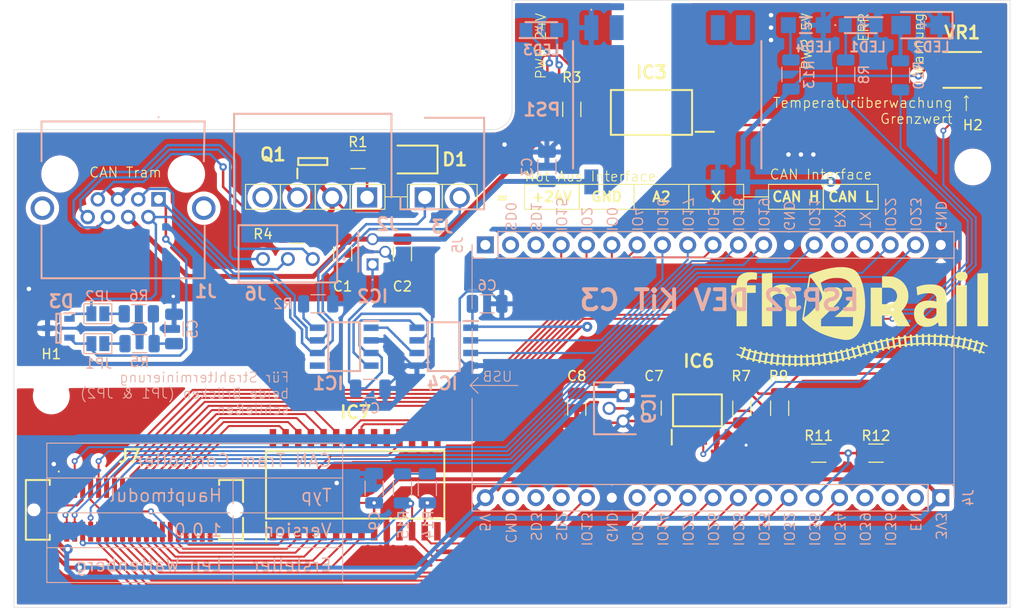
<source format=kicad_pcb>
(kicad_pcb (version 20241229) (generator "pcbnew") (generator_version "9.0")
  (layers (0 "F.Cu" signal) (2 "B.Cu" signal) (13 "F.Paste" user) (15 "B.Paste" user) (5 "F.SilkS" user "F.Silkscreen") (7 "B.SilkS" user "B.Silkscreen") (1 "F.Mask" user) (3 "B.Mask" user) (25 "Edge.Cuts" user))
  (net 0 "")
  (net 1 "+24VF")
  (net 2 "GNDF")
  (net 3 "+5VF")
  (net 4 "Net-(C5-Pad1)")
  (net 5 "GNDD")
  (net 6 "+3V3D")
  (net 7 "+5VD")
  (net 8 "NOT AUS CAN Tram")
  (net 9 "Net-(IC3-VO)")
  (net 10 "/CAN H")
  (net 11 "/CAN L")
  (net 12 "Net-(IC1-R)")
  (net 14 "Net-(IC1-D)")
  (net 15 "Net-(IC1-RS)")
  (net 16 "Net-(IC3-A)")
  (net 17 "Net-(IC3-VEE)")
  (net 19 "CAN_TX")
  (net 20 "CAN_RX")
  (net 21 "Net-(IC6-VINA-)")
  (net 22 "Net-(IC6-VINB-)")
  (net 23 "Net-(IC6-VINB+)")
  (net 24 "Net-(IC6-VINA+)")
  (net 25 "/SR_12")
  (net 26 "/SR_11")
  (net 27 "/SR_13")
  (net 28 "/SR_14")
  (net 29 "/SR_15")
  (net 30 "/SR_0")
  (net 32 "Daten 0V")
  (net 34 "Daten-")
  (net 35 "Daten+")
  (net 37 "Net-(J2-Pad3)")
  (net 38 "Net-(J2-Pad1)")
  (net 45 "AI_Temp")
  (net 46 "/INT")
  (net 49 "/GPIO_5")
  (net 50 "/SPI_COPI")
  (net 52 "/I2C_SCL")
  (net 54 "/UART_RX")
  (net 55 "/SPI_CIPO")
  (net 56 "/GPIO_4")
  (net 58 "/I2C_SDA")
  (net 60 "/UART_TX")
  (net 62 "/SPI_SCK")
  (net 67 "Net-(JP1-A)")
  (net 68 "Net-(LED1-Pad2)")
  (net 69 "Net-(LED2-Pad2)")
  (net 73 "Net-(LED3-Pad2)")
  (net 74 "Net-(LED4-Pad2)")
  (net 75 "/SR_2")
  (net 76 "/SR_1")
  (net 77 "/SR_3")
  (net 78 "/SR_6")
  (net 79 "/SR_4")
  (net 80 "/SR_8")
  (net 81 "/SR_5")
  (net 82 "/SR_7")
  (net 83 "/SR_10")
  (net 84 "/SR_9")
  (net 85 "Net-(JP2-A)")
  (net 90 "/GPIO_25")
  (net 91 "/GPIO_27")
  (net 92 "/GPIO_26")
  (net 93 "/GPIO_0")
  (net 94 "/GPIO_33")
  (net 95 "/GPIO_32")
  (net 96 "/GPIO_2")
  (net 97 "/GPIO_15")
  (footprint "MountingHole:MountingHole_3.2mm_M3" (layer "F.Cu") (at 196.25 60.75)
    (property "Reference" "H2")
    (property "Value" "MountingHole")
  )
  (footprint "SamacSys_Parts:TC33X2503E" (layer "F.Cu") (at 195.2 51 -90)
    (property "Reference" "VR1")
    (property "Value" "TC33X-2-503E" (hide yes))
  )
  (footprint "Capacitor_SMD:C_1206_3216Metric" (layer "F.Cu") (at 156.5 84.975 90)
    (property "Reference" "C8")
    (property "Value" "100n")
  )
  (footprint "SamacSys_Parts:658855603040" (layer "F.Cu") (at 112.1 95.2)
    (property "Reference" "J7")
    (property "Value" "658855603040" (hide yes))
  )
  (footprint "Capacitor_SMD:C_1206_3216Metric" (layer "F.Cu") (at 133 69.475 90)
    (property "Reference" "C1")
    (property "Value" "330n")
  )
  (footprint "Capacitor_SMD:C_1206_3216Metric" (layer "F.Cu") (at 164.07 84.975 -90)
    (property "Reference" "C7")
    (property "Value" "100n")
  )
  (footprint "MountingHole:MountingHole_3.2mm_M3" (layer "F.Cu") (at 103.75 83.75)
    (property "Reference" "H1")
    (property "Value" "MountingHole")
  )
  (footprint "Resistor_SMD:R_1206_3216Metric" (layer "F.Cu") (at 173.07 85 -90)
    (property "Reference" "R7")
    (property "Value" "470")
  )
  (footprint "SamacSys_Parts:SOT95P240X120-3N" (layer "F.Cu") (at 130 60.205 90)
    (property "Reference" "Q1")
    (property "Value" "2N7002K" (hide yes))
  )
  (footprint "SamacSys_Parts:fh2rail_Logo" (layer "F.Cu") (at 184.9 75.8)
    (property "Reference" "G***" (hide yes))
    (property "Value" "LOGO" (hide yes))
  )
  (footprint "SamacSys_Parts:SOIC127P1030X265-28N" (layer "F.Cu") (at 134.255 92.675 90)
    (property "Reference" "IC7")
    (property "Value" "MCP23017T-E_SO" (hide yes))
  )
  (footprint "Resistor_SMD:R_1206_3216Metric" (layer "F.Cu") (at 128.4625 67.5)
    (property "Reference" "R4")
    (property "Value" "10k")
  )
  (footprint "Resistor_SMD:R_1206_3216Metric" (layer "F.Cu") (at 186.5375 89.5)
    (property "Reference" "R12")
    (property "Value" "6,2k")
  )
  (footprint "SamacSys_Parts:SOIC127P1150X378-6N" (layer "F.Cu") (at 164 55.27 180)
    (property "Reference" "IC3")
    (property "Value" "VOFD341A-X008T" (hide yes))
  )
  (footprint "SamacSys_Parts:SOIC127P600X175-8N" (layer "F.Cu") (at 168.615 85.2 90)
    (property "Reference" "IC6")
    (property "Value" "MCP602-E_SN" (hide yes))
  )
  (footprint "SamacSys_Parts:DIOC3419X116N" (layer "F.Cu") (at 140 60 180)
    (property "Reference" "D1")
    (property "Value" "SD1206S040S1R0" (hide yes))
  )
  (footprint "Resistor_SMD:R_1206_3216Metric" (layer "F.Cu") (at 180.7875 89.5)
    (property "Reference" "R11")
    (property "Value" "6,2k")
  )
  (footprint "Resistor_SMD:R_1206_3216Metric" (layer "F.Cu") (at 156 54.9625 -90)
    (property "Reference" "R3")
    (property "Value" "6,2k")
  )
  (footprint "Capacitor_SMD:C_1206_3216Metric" (layer "F.Cu") (at 139 69.475 90)
    (property "Reference" "C2")
    (property "Value" "100n")
  )
  (footprint "Resistor_SMD:R_1206_3216Metric" (layer "F.Cu") (at 134.5375 60 180)
    (property "Reference" "R1")
    (property "Value" "10k")
  )
  (footprint "Resistor_SMD:R_1206_3216Metric" (layer "F.Cu") (at 176.865 84.9875 90)
    (property "Reference" "R9")
    (property "Value" "10k")
  )
  (footprint "Resistor_SMD:R_1206_3216Metric" (layer "B.Cu") (at 112.5375 75.5 180)
    (property "Reference" "R6")
    (property "Value" "1k")
  )
  (footprint "Jumper:SolderJumper-2_P1.3mm_Open_Pad1.0x1.5mm" (layer "B.Cu") (at 108.425 78.5 180)
    (property "Reference" "JP1")
    (property "Value" "SolderJumper_2_Open")
  )
  (footprint "Resistor_SMD:R_1206_3216Metric" (layer "B.Cu") (at 189 51.5375 90)
    (property "Reference" "R10")
    (property "Value" "470")
  )
  (footprint "Capacitor_SMD:C_1206_3216Metric" (layer "B.Cu") (at 147.5 74.5 180)
    (property "Reference" "C6")
    (property "Value" "100n")
  )
  (footprint "SamacSys_Parts:SHDR2W80P0X350_1X2_840X920X690P" (layer "B.Cu") (at 141.25 63.805)
    (property "Reference" "J3")
    (property "Value" "39502-1002" (hide yes))
  )
  (footprint "SamacSys_Parts:438605025" (layer "B.Cu") (at 114.515 64)
    (property "Reference" "J1")
    (property "Value" "43860-5025" (hide yes))
  )
  (footprint "SamacSys_Parts:LEDC5017X140N" (layer "B.Cu") (at 191 46.5 180)
    (property "Reference" "LED2")
    (property "Value" "156120YS75000" (hide yes))
  )
  (footprint "SamacSys_Parts:LEDM3216X130N" (layer "B.Cu") (at 152.95 47)
    (property "Reference" "LED3")
    (property "Value" "156120RS75000" (hide yes))
  )
  (footprint "Capacitor_SMD:C_1206_3216Metric" (layer "B.Cu") (at 135.775 83 180)
    (property "Reference" "C4")
    (property "Value" "100n")
  )
  (footprint "Capacitor_SMD:C_1206_3216Metric" (layer "B.Cu") (at 136.16 93.025 -90)
    (property "Reference" "C9")
    (property "Value" "100n")
  )
  (footprint "SamacSys_Parts:156120GS75000" (layer "B.Cu") (at 179.5 46.5 180)
    (property "Reference" "LED4")
    (property "Value" "156120GS75000" (hide yes))
  )
  (footprint "Connector_PinSocket_2.54mm:PinSocket_1x19_P2.54mm_Vertical" (layer "B.Cu") (at 193.04 93.98 90)
    (property "Reference" "J4")
    (property "Value" "Conn_01x19_Socket")
  )
  (footprint "SamacSys_Parts:B3BXHALFSN" (layer "B.Cu") (at 130 70 180)
    (property "Reference" "J6")
    (property "Value" "B3B-XH-A_LF__SN_" (hide yes))
  )
  (footprint "Connector_PinSocket_2.54mm:PinSocket_1x19_P2.54mm_Vertical" (layer "B.Cu") (at 147.32 68.58 -90)
    (property "Reference" "J5")
    (property "Value" "Conn_01x19_Socket")
  )
  (footprint "Resistor_SMD:R_1206_3216Metric" (layer "B.Cu") (at 130.5375 74.5 180)
    (property "Reference" "R2")
    (property "Value" "10k")
  )
  (footprint "Resistor_SMD:R_1206_3216Metric" (layer "B.Cu") (at 141.5 93.0375 90)
    (property "Reference" "R14")
    (property "Value" "1k")
  )
  (footprint "SamacSys_Parts:RSH32405SH2R" (layer "B.Cu") (at 165.58 54.5)
    (property "Reference" "PS1")
    (property "Value" "RSH3-2405S_H2-R" (hide yes))
  )
  (footprint "Capacitor_SMD:C_1206_3216Metric" (layer "B.Cu") (at 116.075 77.025 90)
    (property "Reference" "C5")
    (property "Value" "100n")
  )
  (footprint "Resistor_SMD:R_1206_3216Metric" (layer "B.Cu") (at 139 93.0375 -90)
    (property "Reference" "R15")
    (property "Value" "1k")
  )
  (footprint "SamacSys_Parts:TO128P419X483X533-3P" (layer "B.Cu") (at 161.15 83.725 -90)
    (property "Reference" "IC9")
    (property "Value" "AD22100KTZ" (hide yes))
  )
  (footprint "Capacitor_SMD:C_1206_3216Metric" (layer "B.Cu") (at 153.5 60.725 90)
    (property "Reference" "C3")
    (property "Value" "10u")
  )
  (footprint "SamacSys_Parts:L78L05ACZ" (layer "B.Cu") (at 136 70.54 180)
    (property "Reference" "IC2")
    (property "Value" "L78L05ACZ" (hide yes))
  )
  (footprint "SamacSys_Parts:LEDM3216X130N" (layer "B.Cu") (at 185 46.5 180)
    (property "Reference" "LED1")
    (property "Value" "156120RS75000" (hide yes))
  )
  (footprint "SamacSys_Parts:SHDRRA4W80P0X350_1X4_1540X920X730P" (layer "B.Cu") (at 135.45 63.805 180)
    (property "Reference" "J2")
    (property "Value" "39502-1004" (hide yes))
  )
  (footprint "SamacSys_Parts:SOIC127P600X175-8N" (layer "B.Cu") (at 133.15 78.805 180)
    (property "Reference" "IC1")
    (property "Value" "SN65HVD230QDRG4Q1" (hide yes))
  )
  (footprint "SamacSys_Parts:SOIC127P600X175-8N" (layer "B.Cu") (at 143.15 78.805 180)
    (property "Reference" "IC4")
    (property "Value" "ISO7721FDR" (hide yes))
  )
  (footprint "Resistor_SMD:R_1206_3216Metric" (layer "B.Cu") (at 112.6125 78.5)
    (property "Reference" "R5")
    (property "Value" "1k")
  )
  (footprint "Resistor_SMD:R_1206_3216Metric" (layer "B.Cu") (at 183.5 51.4625 90)
    (property "Reference" "R8")
    (property "Value" "470")
  )
  (footprint "Jumper:SolderJumper-2_P1.3mm_Open_Pad1.0x1.5mm" (layer "B.Cu") (at 108.425 75.5 180)
    (property "Reference" "JP2")
    (property "Value" "SolderJumper_2_Open")
  )
  (footprint "SamacSys_Parts:SOT95P230X110-3N" (layer "B.Cu") (at 104.475 76.95 180)
    (property "Reference" "D3")
    (property "Value" "PESD1CAN,215" (hide yes))
  )
  (footprint "Resistor_SMD:R_1206_3216Metric" (layer "B.Cu") (at 178 51.4625 90)
    (property "Reference" "R13")
    (property "Value" "470")
  )
  (gr_rect (start 151.25 62.5) (end 156.75 65) (stroke (width 0.1)) (fill no) (layer "F.SilkS"))
  (gr_rect (start 167.75 62.5) (end 173.25 65) (stroke (width 0.1)) (fill no) (layer "F.SilkS"))
  (gr_rect (start 123.25 62.5) (end 126.75 65) (stroke (width 0.1)) (fill no) (layer "F.SilkS"))
  (gr_rect (start 130.25 62.5) (end 133.75 65) (stroke (width 0.1)) (fill no) (layer "F.SilkS"))
  (gr_rect (start 143 62.5) (end 146.5 65) (stroke (width 0.1)) (fill no) (layer "F.SilkS"))
  (gr_rect (start 133.75 62.5) (end 137.25 65) (stroke (width 0.1)) (fill no) (layer "F.SilkS"))
  (gr_rect (start 126.75 62.5) (end 130.25 65) (stroke (width 0.1)) (fill no) (layer "F.SilkS"))
  (gr_line (start 195.6 53.6) (end 195.6 55.1) (stroke (width 0.1)) (layer "F.SilkS"))
  (gr_rect (start 139.5 62.5) (end 143 65) (stroke (width 0.1)) (fill no) (layer "F.SilkS"))
  (gr_line (start 195.6 53.6) (end 195.8 53.8) (stroke (width 0.1)) (layer "F.SilkS"))
  (gr_rect (start 181.25 62.5) (end 186.75 65) (stroke (width 0.1)) (fill no) (layer "F.SilkS"))
  (gr_line (start 137.25 63.75) (end 139.5 63.75) (stroke (width 0.1)) (layer "F.SilkS"))
  (gr_rect (start 175.75 62.5) (end 181.25 65) (stroke (width 0.1)) (fill no) (layer "F.SilkS"))
  (gr_rect (start 162.25 62.5) (end 167.75 65) (stroke (width 0.1)) (fill no) (layer "F.SilkS"))
  (gr_line (start 173.25 63.75) (end 175.75 63.75) (stroke (width 0.1)) (layer "F.SilkS"))
  (gr_line (start 195.6 53.6) (end 195.4 53.8) (stroke (width 0.1)) (layer "F.SilkS"))
  (gr_rect (start 156.75 62.5) (end 162.25 65) (stroke (width 0.1)) (fill no) (layer "F.SilkS"))
  (gr_line (start 145.8 82.695) (end 146.6 81.895) (stroke (width 0.1)) (layer "B.SilkS"))
  (gr_line (start 145.99 92.65) (end 145.99 84) (stroke (width 0.1)) (layer "B.SilkS"))
  (gr_line (start 146 77) (end 146 81.5) (stroke (width 0.1)) (layer "B.SilkS"))
  (gr_line (start 145.99 69.91) (end 145.99 75) (stroke (width 0.1)) (layer "B.SilkS"))
  (gr_line (start 150.6 82.705) (end 145.8 82.695) (stroke (width 0.1)) (layer "B.SilkS"))
  (gr_line (start 194.37 69.91) (end 194.37 92.65) (stroke (width 0.1)) (layer "B.SilkS"))
  (gr_line (start 145.8 82.695) (end 146.6 83.495) (stroke (width 0.1)) (layer "B.SilkS"))
  (gr_line (start 100 105) (end 200 105) (stroke (width 0.05)) (layer "Edge.Cuts"))
  (gr_line (start 100 105) (end 100 57) (stroke (width 0.05)) (layer "Edge.Cuts"))
  (gr_line (start 150 55) (end 150 44) (stroke (width 0.05)) (layer "Edge.Cuts"))
  (gr_arc (start 150 55) (mid 149.414214 56.414214) (end 148 57) (stroke (width 0.05)) (layer "Edge.Cuts"))
  (gr_line (start 100 57) (end 148 57) (stroke (width 0.05)) (layer "Edge.Cuts"))
  (gr_line (start 200 105) (end 200 44) (stroke (width 0.05)) (layer "Edge.Cuts"))
  (gr_line (start 200 44) (end 150 44) (stroke (width 0.05)) (layer "Edge.Cuts"))
  (gr_text "PWR 24V\n" (at 152.9 45.2 90) (layer "F.SilkS") (effects (font (size 1 1) (thickness 0.1)) (justify right)))
  (gr_text "GND" (at 159.5 63.75 0) (layer "F.SilkS") (effects (font (size 1 1) (thickness 0.2) (bold yes))))
  (gr_text "Not Aus Interface" (at 151.2 61.7 0) (layer "F.SilkS") (effects (font (size 1 1) (thickness 0.1)) (justify left)))
  (gr_text "Warnung" (at 190.8 45.2 90) (layer "F.SilkS") (effects (font (size 1 1) (thickness 0.1)) (justify right)))
  (gr_text "Temperaturüberwachung\nGrenzwert" (at 194.3 56.5 0) (layer "F.SilkS") (effects (font (size 1 1) (thickness 0.1)) (justify right bottom)))
  (gr_text "A2" (at 165 63.75 0) (layer "F.SilkS") (effects (font (size 1 1) (thickness 0.2) (bold yes))))
  (gr_text "CAN H" (at 178.5 63.75 0) (layer "F.SilkS") (effects (font (size 1 1) (thickness 0.2) (bold yes))))
  (gr_text "CAN Tram" (at 111.2 61.3 0) (layer "F.SilkS") (effects (font (size 1 1) (thickness 0.1))))
  (gr_text "CAN L" (at 184 63.75 0) (layer "F.SilkS") (effects (font (size 1 1) (thickness 0.2) (bold yes))))
  (gr_text "PWR 5V\n" (at 179.6 45.2 90) (layer "F.SilkS") (effects (font (size 1 1) (thickness 0.1)) (justify right)))
  (gr_text "X" (at 170.5 63.75 0) (layer "F.SilkS") (effects (font (size 1 1) (thickness 0.2) (bold yes))))
  (gr_text "+24V" (at 154 63.75 0) (layer "F.SilkS") (effects (font (size 1 1) (thickness 0.2) (bold yes))))
  (gr_text "=" (at 149 63.8 0) (layer "F.SilkS") (effects (font (size 1 1) (thickness 0.2) (bold yes))))
  (gr_text "ERR" (at 185.3 45.2 90) (layer "F.SilkS") (effects (font (size 1 1) (thickness 0.1)) (justify right)))
  (gr_text "CAN Interface" (at 175.8 61.5 0) (layer "F.SilkS") (effects (font (size 1 1) (thickness 0.1)) (justify left)))
  (gr_text "IO0\n" (at 160.02 67.31 -90) (layer "B.SilkS") (effects (font (size 1 1) (thickness 0.125)) (justify left mirror)))
  (gr_text "IO22" (at 187.96 67.31 -90) (layer "B.SilkS") (effects (font (size 1 1) (thickness 0.125)) (justify left mirror)))
  (gr_text "IO14" (at 165.1 95.35 -90) (layer "B.SilkS") (effects (font (size 1 1) (thickness 0.125)) (justify right mirror)))
  (gr_text "IO21" (at 180.34 67.31 -90) (layer "B.SilkS") (effects (font (size 1 1) (thickness 0.125)) (justify left mirror)))
  (gr_text "IO39" (at 185.42 95.35 -90) (layer "B.SilkS") (effects (font (size 1 1) (thickness 0.125)) (justify right mirror)))
  (gr_text "IO2" (at 157.48 67.31 -90) (layer "B.SilkS") (effects (font (size 1 1) (thickness 0.125)) (justify left mirror)))
  (gr_text "IO18" (at 172.72 67.31 -90) (layer "B.SilkS") (effects (font (size 1 1) (thickness 0.125)) (justify left mirror)))
  (gr_text "IO5" (at 170.18 67.31 -90) (layer "B.SilkS") (effects (font (size 1 1) (thickness 0.125)) (justify left mirror)))
  (gr_text "RX" (at 182.88 67 -90) (layer "B.SilkS") (effects (font (size 1 1) (thickness 0.125)) (justify left mirror)))
  (gr_text "IO16" (at 165.1 67.31 -90) (layer "B.SilkS") (effects (font (size 1 1) (thickness 0.125)) (justify left mirror)))
  (gr_text "IO23" (at 190.5 67.31 -90) (layer "B.SilkS") (effects (font (size 1 1) (thickness 0.125)) (justify left mirror)))
  (gr_text "5V" (at 147.25 95.5 -90) (layer "B.SilkS") (effects (font (size 1 1) (thickness 0.125)) (justify right mirror)))
  (gr_text "IO34" (at 182.88 95.35 -90) (layer "B.SilkS") (effects (font (size 1 1) (thickness 0.125)) (justify right mirror)))
  (gr_text "IO4" (at 162.56 67.31 -90) (layer "B.SilkS") (effects (font (size 1 1) (thickness 0.125)) (justify left mirror)))
  (gr_text "IO12" (at 162.56 95.35 -90) (layer "B.SilkS") (effects (font (size 1 1) (thickness 0.125)) (justify right mirror)))
  (gr_text "EN" (at 190.5 95.35 -90) (layer "B.SilkS") (effects (font (size 1 1) (thickness 0.125)) (justify right mirror)))
  (gr_text "SD2" (at 154.94 95.35 -90) (layer "B.SilkS") (effects (font (size 1 1) (thickness 0.125)) (justify right mirror)))
  (gr_text "GND" (at 193.04 67.25 -90) (layer "B.SilkS") (effects (font (size 1 1) (thickness 0.125)) (justify left mirror)))
  (gr_text "IO17" (at 167.64 67.31 -90) (layer "B.SilkS") (effects (font (size 1 1) (thickness 0.125)) (justify left mirror)))
  (gr_text "SD1" (at 152.4 67.25 -90) (layer "B.SilkS") (effects (font (size 1 1) (thickness 0.125)) (justify left mirror)))
  (gr_text "Für Strahlterminierung\nbeide Brücken (JP1 & JP2)\nschließen" (at 127.7 85.7 0) (layer "B.SilkS") (effects (font (size 1 1) (thickness 0.1)) (justify left bottom mirror)))
  (gr_text "CMD" (at 149.86 95.35 -90) (layer "B.SilkS") (effects (font (size 1 1) (thickness 0.125)) (justify right mirror)))
  (gr_text "IO19" (at 175.26 67.31 -90) (layer "B.SilkS") (effects (font (size 1 1) (thickness 0.125)) (justify left mirror)))
  (gr_text "IO25" (at 172.72 95.35 -90) (layer "B.SilkS") (effects (font (size 1 1) (thickness 0.125)) (justify right mirror)))
  (gr_text "IO35" (at 180.34 95.35 -90) (layer "B.SilkS") (effects (font (size 1 1) (thickness 0.125)) (justify right mirror)))
  (gr_text "SD0" (at 149.86 67.25 -90) (layer "B.SilkS") (effects (font (size 1 1) (thickness 0.125)) (justify left mirror)))
  (gr_text "USB" (at 150.1 82.395 0) (layer "B.SilkS") (effects (font (size 1 1) (thickness 0.1)) (justify left bottom mirror)))
  (gr_text "GND" (at 160.02 95.35 -90) (layer "B.SilkS") (effects (font (size 1 1) (thickness 0.125)) (justify right mirror)))
  (gr_text "IO36" (at 187.96 95.35 -90) (layer "B.SilkS") (effects (font (size 1 1) (thickness 0.125)) (justify right mirror)))
  (gr_text "ESP32 DEV KiT C3" (at 185.1 75.3 0) (layer "B.SilkS") (effects (font (size 2 2) (thickness 0.4) (bold yes)) (justify left bottom mirror)))
  (gr_text "SD3" (at 152.4 95.35 -90) (layer "B.SilkS") (effects (font (size 1 1) (thickness 0.125)) (justify right mirror)))
  (gr_text "IO32" (at 177.8 95.35 -90) (layer "B.SilkS") (effects (font (size 1 1) (thickness 0.125)) (justify right mirror)))
  (gr_text "IO26" (at 170.18 95.35 -90) (layer "B.SilkS") (effects (font (size 1 1) (thickness 0.125)) (justify right mirror)))
  (gr_text "IO33" (at 175.26 95.35 -90) (layer "B.SilkS") (effects (font (size 1 1) (thickness 0.125)) (justify right mirror)))
  (gr_text "GND" (at 177.8 67.25 -90) (layer "B.SilkS") (effects (font (size 1 1) (thickness 0.125)) (justify left mirror)))
  (gr_text "TX" (at 185.42 67 -90) (layer "B.SilkS") (effects (font (size 1 1) (thickness 0.125)) (justify left mirror)))
  (gr_text "IO27" (at 167.64 95.35 -90) (layer "B.SilkS") (effects (font (size 1 1) (thickness 0.125)) (justify right mirror)))
  (gr_text "3V3" (at 193.04 95.35 -90) (layer "B.SilkS") (effects (font (size 1 1) (thickness 0.125)) (justify right mirror)))
  (gr_text "IO13" (at 157.48 95.35 -90) (layer "B.SilkS") (effects (font (size 1 1) (thickness 0.125)) (justify right mirror)))
  (gr_text "IO15" (at 154.94 67.31 -90) (layer "B.SilkS") (effects (font (size 1 1) (thickness 0.125)) (justify left mirror)))
  (table (column_count 2) (layer "B.SilkS") (border (external yes) (header yes) (stroke (width 0.1))) (separators (rows yes) (cols yes) (stroke (width 0.1))) (column_widths 18.7 11) (row_heights 3.5 3.5 3.5 3.5) (cells (table_cell "CAN Tram Controller" (start 103.3 88.5) (end 133 92) (margins 1.0025 1.0025 1.0025 1.0025) (span 2 1) (layer "B.SilkS") (effects (font (size 1.27 1.27)) (justify left mirror))) (table_cell "" (start 122 88.5) (end 133 92) (margins 1.0025 1.0025 1.0025 1.0025) (span 0 0) (layer "B.SilkS") (effects (font (size 1.27 1.27)) (justify left mirror))) (table_cell "Hauptmodul" (start 103.3 92) (end 122 95.5) (margins 1.0025 1.0025 1.0025 1.0025) (span 1 1) (layer "B.SilkS") (effects (font (size 1.27 1.27)) (justify left mirror))) (table_cell "Typ" (start 122 92) (end 133 95.5) (margins 1.0025 1.0025 1.0025 1.0025) (span 1 1) (layer "B.SilkS") (effects (font (size 1.27 1.27)) (justify left mirror))) (table_cell "1.0.0" (start 103.3 95.5) (end 122 99) (margins 1.0025 1.0025 1.0025 1.0025) (span 1 1) (layer "B.SilkS") (effects (font (size 1.27 1.27)) (justify left mirror))) (table_cell "Version" (start 122 95.5) (end 133 99) (margins 1.0025 1.0025 1.0025 1.0025) (span 1 1) (layer "B.SilkS") (effects (font (size 1.27 1.27)) (justify left mirror))) (table_cell "Leo Wattenberg" (start 103.3 99) (end 122 102.5) (margins 1.0025 1.0025 1.0025 1.0025) (span 1 1) (layer "B.SilkS") (effects (font (size 1.27 1.27)) (justify left mirror))) (table_cell "Ersteller" (start 122 99) (end 133 102.5) (margins 1.0025 1.0025 1.0025 1.0025) (span 1 1) (layer "B.SilkS") (effects (font (size 1.27 1.27)) (justify left mirror)))))
  (segment (start 136 68) (end 139 68) (width 0.5) (layer "F.Cu") (net 1))
  (segment (start 133 68.806498) (end 133 68) (width 0.5) (layer "F.Cu") (net 1))
  (segment (start 130.056498 71.75) (end 133 68.806498) (width 0.5) (layer "F.Cu") (net 1))
  (segment (start 117.44 71.75) (end 130.056498 71.75) (width 0.5) (layer "F.Cu") (net 1))
  (segment (start 156 56.425) (end 154.325 56.425) (width 0.5) (layer "F.Cu") (net 1))
  (segment (start 154.325 56.425) (end 142.75 68) (width 0.5) (layer "F.Cu") (net 1))
  (segment (start 158.535 56.425) (end 158.65 56.54) (width 0.5) (layer "F.Cu") (net 1))
  (segment (start 142.75 68) (end 139 68) (width 0.5) (layer "F.Cu") (net 1))
  (segment (start 156 56.425) (end 158.535 56.425) (width 0.5) (layer "F.Cu") (net 1))
  (segment (start 111.47 65.78) (end 117.44 71.75) (width 0.5) (layer "F.Cu") (net 1))
  (segment (start 133 68) (end 136 68) (width 0.5) (layer "F.Cu") (net 1))
  (segment (start 136 68) (end 143.25 68) (width 0.5) (layer "B.Cu") (net 1))
  (segment (start 143.25 68) (end 149.05 62.2) (width 0.5) (layer "B.Cu") (net 1))
  (segment (start 149.05 62.2) (end 153.5 62.2) (width 0.5) (layer "B.Cu") (net 1))
  (segment (start 153.5 62.2) (end 157.91 62.2) (width 0.5) (layer "B.Cu") (net 1))
  (segment (start 133 70.95) (end 130.2 73.75) (width 1) (layer "F.Cu") (net 2))
  (segment (start 148.75 58) (end 149.25 58.5) (width 0.5) (layer "F.Cu") (net 2))
  (segment (start 134.68 69.27) (end 133 70.95) (width 0.25) (layer "F.Cu") (net 2))
  (segment (start 107.933713 62.826) (end 101.5 69.259713) (width 0.5) (layer "F.Cu") (net 2))
  (segment (start 137.27 69.27) (end 134.68 69.27) (width 0.25) (layer "F.Cu") (net 2))
  (segment (start 130.2 73.75) (end 116 73.75) (width 1) (layer "F.Cu") (net 2))
  (segment (start 110.45 64) (end 109.276 62.826) (width 0.5) (layer "F.Cu") (net 2))
  (segment (start 116.45 58) (end 148.75 58) (width 0.5) (layer "F.Cu") (net 2))
  (segment (start 102.25 73.75) (end 101.5 73) (width 0.25) (layer "F.Cu") (net 2))
  (segment (start 110.45 64) (end 116.45 58) (width 0.5) (layer "F.Cu") (net 2))
  (segment (start 137.32 69.27) (end 139 70.95) (width 0.25) (layer "F.Cu") (net 2))
  (segment (start 116 73.75) (end 102.25 73.75) (width 0.25) (layer "F.Cu") (net 2))
  (segment (start 101.5 69.259713) (end 101.5 73) (width 0.5) (layer "F.Cu") (net 2))
  (segment (start 109.276 62.826) (end 107.933713 62.826) (width 0.5) (layer "F.Cu") (net 2))
  (via (at 116 73.75) (size 0.75) (drill 0.35) (layers "F.Cu" "B.Cu") (net 2))
  (via (at 149.25 58.5) (size 1) (drill 0.45) (layers "F.Cu" "B.Cu") (net 2))
  (via (at 101.5 73) (size 1) (drill 0.45) (layers "F.Cu" "B.Cu") (net 2))
  (segment (start 116.075 75.55) (end 116.075 73.825) (width 0.25) (layer "B.Cu") (net 2))
  (segment (start 116.075 73.825) (end 116 73.75) (width 0.25) (layer "B.Cu") (net 2))
  (segment (start 137.485 78.17) (end 135.85 78.17) (width 0.25) (layer "B.Cu") (net 2))
  (segment (start 139.54 80.71) (end 140.45 80.71) (width 0.25) (layer "B.Cu") (net 2))
  (segment (start 141.976 79.609) (end 140.875 80.71) (width 0.25) (layer "B.Cu") (net 2))
  (segment (start 132 74.5) (end 132 71.870674) (width 0.25) (layer "B.Cu") (net 2))
  (segment (start 137.25 83) (end 139.54 80.71) (width 0.25) (layer "B.Cu") (net 2))
  (segment (start 132 71.870674) (end 134.600674 69.27) (width 0.25) (layer "B.Cu") (net 2))
  (segment (start 149.25 58.5) (end 152.75 58.5) (width 0.5) (layer "B.Cu") (net 2))
  (segment (start 152.75 58.5) (end 153.5 59.25) (width 0.5) (layer "B.Cu") (net 2))
  (segment (start 140.025 80.71) (end 137.485 78.17) (width 0.25) (layer "B.Cu") (net 2))
  (segment (start 103.375 76.95) (end 103.375 74.875) (width 0.5) (layer "B.Cu") (net 2))
  (segment (start 141.976 73.976) (end 141.976 79.609) (width 0.25) (layer "B.Cu") (net 2))
  (segment (start 157.96 54.79) (end 153.5 59.25) (width 0.5) (layer "B.Cu") (net 2))
  (segment (start 137.27 69.27) (end 141.976 73.976) (width 0.25) (layer "B.Cu") (net 2))
  (segment (start 103.375 74.875) (end 101.5 73) (width 0.5) (layer "B.Cu") (net 2))
  (segment (start 157.96 46.75) (end 157.96 54.79) (width 0.5) (layer "B.Cu") (net 2))
  (segment (start 134.600674 69.27) (end 137.27 69.27) (width 0.25) (layer "B.Cu") (net 2))
  (segment (start 136 73.750208) (end 133.647 76.103208) (width 0.25) (layer "B.Cu") (net 3))
  (segment (start 136.926 79.926) (end 136.44 79.44) (width 0.25) (layer "B.Cu") (net 3))
  (segment (start 136 70.54) (end 136 73.750208) (width 0.25) (layer "B.Cu") (net 3))
  (segment (start 134.3 83) (end 135.287 83) (width 0.25) (layer "B.Cu") (net 3))
  (segment (start 134.849 76.174) (end 134.699 76.324) (width 0.25) (layer "B.Cu") (net 3))
  (segment (start 136.926 81.361) (end 136.926 79.926) (width 0.25) (layer "B.Cu") (net 3))
  (segment (start 133.647 76.103208) (end 133.647 82.347) (width 0.25) (layer "B.Cu") (net 3))
  (segment (start 140.45 76.9) (end 139.724 76.174) (width 0.25) (layer "B.Cu") (net 3))
  (segment (start 134.699 78.714) (end 135.425 79.44) (width 0.25) (layer "B.Cu") (net 3))
  (segment (start 133.647 82.347) (end 134.3 83) (width 0.25) (layer "B.Cu") (net 3))
  (segment (start 139.724 76.174) (end 134.849 76.174) (width 0.25) (layer "B.Cu") (net 3))
  (segment (start 135.287 83) (end 136.926 81.361) (width 0.25) (layer "B.Cu") (net 3))
  (segment (start 134.699 76.324) (end 134.699 78.714) (width 0.25) (layer "B.Cu") (net 3))
  (segment (start 114 75.5) (end 114 78.425) (width 0.25) (layer "B.Cu") (net 4))
  (segment (start 114.075 78.5) (end 116.075 78.5) (width 0.25) (layer "B.Cu") (net 4))
  (segment (start 140.471 92.729) (end 158.769 92.729) (width 0.4) (layer "F.Cu") (net 5))
  (segment (start 137.43 95.77) (end 140.471 92.729) (width 0.4) (layer "F.Cu") (net 5))
  (segment (start 145.85 90.2) (end 145.25 90.8) (width 1) (layer "F.Cu") (net 5))
  (segment (start 137.43 97.35) (end 137.43 95.77) (width 0.4) (layer "F.Cu") (net 5))
  (segment (start 105.3 91.9) (end 104 90.6) (width 0.25) (layer "F.Cu") (net 5))
  (segment (start 145.25 90.8) (end 134.95 90.8) (width 1) (layer "F.Cu") (net 5))
  (segment (start 156.5 86.45) (end 149.6 86.45) (width 1) (layer "F.Cu") (net 5))
  (segment (start 156.5 86.45) (end 160.975 86.45) (width 0.25) (layer "F.Cu") (net 5))
  (segment (start 170.52 87.9) (end 172.7 87.9) (width 0.2) (layer "F.Cu") (net 5))
  (segment (start 105.3 93) (end 105.3 91.9) (width 0.25) (layer "F.Cu") (net 5))
  (segment (start 134.1 90.8) (end 132.4 92.5) (width 1) (layer "F.Cu") (net 5))
  (segment (start 158.769 92.729) (end 160.02 93.98) (width 0.4) (layer "F.Cu") (net 5))
  (segment (start 149.6 86.45) (end 145.85 90.2) (width 1) (layer "F.Cu") (net 5))
  (segment (start 134.95 90.8) (end 134.1 90.8) (width 1) (layer "F.Cu") (net 5))
  (segment (start 172.7 87.9) (end 173.5 88.7) (width 0.2) (layer "F.Cu") (net 5))
  (segment (start 161.15 86.275) (end 163.895 86.275) (width 0.25) (layer "F.Cu") (net 5))
  (via (at 177.75 59.5) (size 1) (drill 0.45) (layers "F.Cu" "B.Cu") (net 5))
  (via (at 104 90.6) (size 1) (drill 0.45) (layers "F.Cu" "B.Cu") (net 5))
  (via (at 176 46.75) (size 1) (drill 0.45) (layers "F.Cu" "B.Cu") (net 5))
  (via (at 132.4 92.5) (size 1) (drill 0.45) (layers "F.Cu" "B.Cu") (net 5))
  (via (at 176 48) (size 1) (drill 0.45) (layers "F.Cu" "B.Cu") (net 5))
  (via (at 176 45.5) (size 1) (drill 0.45) (layers "F.Cu" "B.Cu") (net 5))
  (via (at 180.25 59.5) (size 1) (drill 0.45) (layers "F.Cu" "B.Cu") (net 5))
  (via (at 173.5 88.7) (size 0.6) (drill 0.3) (layers "F.Cu" "B.Cu") (net 5))
  (via (at 179 59.5) (size 1) (drill 0.45) (layers "F.Cu" "B.Cu") (net 5))
  (segment (start 106.501 88.099) (end 104 90.6) (width 1) (layer "B.Cu") (net 5))
  (segment (start 144.75 80.035) (end 145.425 80.71) (width 0.25) (layer "B.Cu") (net 5))
  (segment (start 144.75 73.978486) (end 144.75 80.035) (width 0.25) (layer "B.Cu") (net 5))
  (segment (start 148.975 74.5) (end 147.725 73.25) (width 0.25) (layer "B.Cu") (net 5))
  (segment (start 185.374 45.324) (end 186.55 46.5) (width 0.5) (layer "B.Cu") (net 5))
  (segment (start 186.55 45.798) (end 187.174 45.174) (width 0.4) (layer "B.Cu") (net 5))
  (segment (start 145.476 73.274) (end 145.454486 73.274) (width 0.25) (layer "B.Cu") (net 5))
  (segment (start 145.454486 73.274) (end 144.75 73.978486) (width 0.25) (layer "B.Cu") (net 5))
  (segment (start 135.21 92.5) (end 136.16 91.55) (width 1) (layer "B.Cu") (net 5))
  (segment (start 132.4 92.5) (end 135.21 92.5) (width 1) (layer "B.Cu") (net 5))
  (segment (start 147.725 73.25) (end 145.5 73.25) (width 0.25) (layer "B.Cu") (net 5))
  (segment (start 186.55 46.5) (end 186.55 45.798) (width 0.4) (layer "B.Cu") (net 5))
  (segment (start 145.85 80.71) (end 138.461 88.099) (width 1) (layer "B.Cu") (net 5))
  (segment (start 138.461 88.099) (end 106.501 88.099) (width 1) (layer "B.Cu") (net 5))
  (segment (start 182.226 45.324) (end 185.374 45.324) (width 0.5) (layer "B.Cu") (net 5))
  (segment (start 187.174 45.174) (end 191.624 45.174) (width 0.4) (layer "B.Cu") (net 5))
  (segment (start 181.05 46.5) (end 182.226 45.324) (width 0.5) (layer "B.Cu") (net 5))
  (segment (start 145.5 73.25) (end 145.476 73.274) (width 0.25) (layer "B.Cu") (net 5))
  (segment (start 191.624 45.174) (end 192.95 46.5) (width 0.4) (layer "B.Cu") (net 5))
  (segment (start 138.7 88) (end 139.97 88) (width 0.2) (layer "F.Cu") (net 6))
  (segment (start 142.51 88) (end 145.752454 88) (width 0.25) (layer "F.Cu") (net 6))
  (segment (start 105.034926 99.150002) (end 105.395648 99.150002) (width 0.5) (layer "F.Cu") (net 6))
  (segment (start 131.8 94.5) (end 130.6 93.3) (width 0.2) (layer "F.Cu") (net 6))
  (segment (start 130.6 91) (end 131.85 89.75) (width 0.2) (layer "F.Cu") (net 6))
  (segment (start 141.24 88) (end 142.51 88) (width 0.2) (layer "F.Cu") (net 6))
  (segment (start 104.5 98.615076) (end 105.034926 99.150002) (width 0.5) (layer "F.Cu") (net 6))
  (segment (start 136.16 94.5) (end 138.531 92.129) (width 0.4) (layer "F.Cu") (net 6))
  (segment (start 137.55 89.75) (end 138.7 88.6) (width 0.2) (layer "F.Cu") (net 6))
  (segment (start 136.16 97.35) (end 136.16 94.5) (width 0.25) (layer "F.Cu") (net 6))
  (segment (start 191.189 92.129) (end 193.04 93.98) (width 0.4) (layer "F.Cu") (net 6))
  (segment (start 139.97 88) (end 141.24 88) (width 0.2) (layer "F.Cu") (net 6))
  (segment (start 130.6 93.3) (end 130.6 91) (width 0.2) (layer "F.Cu") (net 6))
  (segment (start 156.951413 76.801041) (end 157.551041 76.801041) (width 0.25) (layer "F.Cu") (net 6))
  (segment (start 138.531 92.129) (end 191.189 92.129) (width 0.4) (layer "F.Cu") (net 6))
  (segment (start 104.5 97.4) (end 104.5 98.615076) (width 0.5) (layer "F.Cu") (net 6))
  (segment (start 145.752454 88) (end 156.951413 76.801041) (width 0.25) (layer "F.Cu") (net 6))
  (segment (start 138.7 88.6) (end 138.7 88) (width 0.2) (layer "F.Cu") (net 6))
  (segment (start 131.85 89.75) (end 137.55 89.75) (width 0.2) (layer "F.Cu") (net 6))
  (segment (start 136.16 94.5) (end 131.8 94.5) (width 0.2) (layer "F.Cu") (net 6))
  (via (at 157.551041 76.801041) (size 1) (drill 0.45) (layers "F.Cu" "B.Cu") (net 6))
  (via (at 136.16 94.5) (size 0.75) (drill 0.35) (layers "F.Cu" "B.Cu") (net 6))
  (via (at 105.395648 99.150002) (size 1) (drill 0.45) (layers "F.Cu" "B.Cu") (net 6))
  (segment (start 140.269653 101.951) (end 106.101 101.951) (width 0.5) (layer "B.Cu") (net 6))
  (segment (start 139 91.575) (end 141.5 91.575) (width 0.2) (layer "B.Cu") (net 6))
  (segment (start 106.101 101.951) (end 105.3 101.15) (width 0.5) (layer "B.Cu") (net 6))
  (segment (start 193.04 93.98) (end 190.97 96.05) (width 0.5) (layer "B.Cu") (net 6))
  (segment (start 146.025 74.5) (end 146.025 76.725) (width 0.25) (layer "B.Cu") (net 6))
  (segment (start 136.16 94.5) (end 139 91.66) (width 0.2) (layer "B.Cu") (net 6))
  (segment (start 105.3 101.15) (end 105.3 99.24565) (width 0.5) (layer "B.Cu") (net 6))
  (segment (start 145.95 76.8) (end 157.45 76.8) (width 0.25) (layer "B.Cu") (net 6))
  (segment (start 157.45 76.8) (end 157.451041 76.801041) (width 0.25) (layer "B.Cu") (net 6))
  (segment (start 105.3 99.24565) (end 105.395648 99.150002) (width 0.5) (layer "B.Cu") (net 6))
  (segment (start 157.451041 76.801041) (end 157.551041 76.801041) (width 0.25) (layer "B.Cu") (net 6))
  (segment (start 146.170653 96.05) (end 140.269653 101.951) (width 0.5) (layer "B.Cu") (net 6))
  (segment (start 190.97 96.05) (end 146.170653 96.05) (width 0.5) (layer "B.Cu") (net 6))
  (segment (start 188.8 80.7) (end 194.341 75.159) (width 0.5) (layer "F.Cu") (net 7))
  (segment (start 104.5 93) (end 103.1 94.4) (width 0.5) (layer "F.Cu") (net 7))
  (segment (start 106.6 101) (end 105.4 101) (width 0.4) (layer "F.Cu") (net 7))
  (segment (start 194.341 75.159) (end 194.341 68.042523) (width 0.5) (layer "F.Cu") (net 7))
  (segment (start 165.71 83.5) (end 166.71 82.5) (width 0.5) (layer "F.Cu") (net 7))
  (segment (start 192.4 50) (end 190.8 51.6) (width 0.25) (layer "F.Cu") (net 7))
  (segment (start 105.4 101) (end 103.1 98.7) (width 0.4) (layer "F.Cu") (net 7))
  (segment (start 166.71 82.5) (end 166.71 81.25) (width 0.5) (layer "F.Cu") (net 7))
  (segment (start 188.548477 62.25) (end 182 62.25) (width 0.5) (layer "F.Cu") (net 7))
  (segment (start 156.5 83.5) (end 160.925 83.5) (width 0.5) (layer "F.Cu") (net 7))
  (segment (start 193.5 50) (end 192.4 50) (width 0.25) (layer "F.Cu") (net 7))
  (segment (start 103.1 98.7) (end 103.1 94.4) (width 0.4) (layer "F.Cu") (net 7))
  (segment (start 161.15 83.725) (end 163.845 83.725) (width 0.5) (layer "F.Cu") (net 7))
  (segment (start 167.26 80.7) (end 188.8 80.7) (width 0.5) (layer "F.Cu") (net 7))
  (segment (start 166.71 81.25) (end 167.26 80.7) (width 0.5) (layer "F.Cu") (net 7))
  (segment (start 164.07 83.5) (end 165.71 83.5) (width 0.5) (layer "F.Cu") (net 7))
  (segment (start 194.341 68.042523) (end 188.548477 62.25) (width 0.5) (layer "F.Cu") (net 7))
  (via (at 182 62.25) (size 1) (drill 0.45) (layers "F.Cu" "B.Cu") (net 7))
  (via (at 190.8 51.6) (size 0.75) (drill 0.35) (layers "F.Cu" "B.Cu") (net 7))
  (via (at 106.6 101) (size 1) (drill 0.45) (layers "F.Cu" "B.Cu") (net 7))
  (segment (start 179.325 51.6) (end 190.8 51.6) (width 0.25) (layer "B.Cu") (net 7))
  (segment (start 182 62.25) (end 173.2 62.25) (width 0.5) (layer "B.Cu") (net 7))
  (segment (start 173.2 63) (end 173.2 57.725) (width 0.5) (layer "B.Cu") (net 7))
  (segment (start 147.32 93.98) (end 140.3 101) (width 0.4) (layer "B.Cu") (net 7))
  (segment (start 140.3 101) (end 106.6 101) (width 0.4) (layer "B.Cu") (net 7))
  (segment (start 173.2 57.725) (end 178 52.925) (width 0.5) (layer "B.Cu") (net 7))
  (segment (start 157.575 83.725) (end 147.32 93.98) (width 0.5) (layer "B.Cu") (net 7))
  (segment (start 161.15 83.725) (end 157.575 83.725) (width 0.5) (layer "B.Cu") (net 7))
  (segment (start 178 52.925) (end 179.325 51.6) (width 0.25) (layer "B.Cu") (net 7))
  (segment (start 137.224 58.724) (end 134.351 58.724) (width 0.4) (layer "F.Cu") (net 8))
  (segment (start 125.75 67.5) (end 127 67.5) (width 0.25) (layer "F.Cu") (net 8))
  (segment (start 121 60.75) (end 121 62.75) (width 0.25) (layer "F.Cu") (net 8))
  (segment (start 138.5 60) (end 137.224 58.724) (width 0.4) (layer "F.Cu") (net 8))
  (segment (start 130 62.355) (end 130 64.5) (width 0.5) (layer "F.Cu") (net 8))
  (segment (start 133.075 60) (end 130.455 60) (width 0.25) (layer "F.Cu") (net 8))
  (segment (start 134.351 58.724) (end 133.075 60) (width 0.4) (layer "F.Cu") (net 8))
  (segment (start 121 62.75) (end 125.75 67.5) (width 0.25) (layer "F.Cu") (net 8))
  (segment (start 129.05 61.405) (end 130 62.355) (width 0.5) (layer "F.Cu") (net 8))
  (segment (start 130 64.5) (end 127 67.5) (width 0.5) (layer "F.Cu") (net 8))
  (segment (start 130.455 60) (end 129.05 61.405) (width 0.25) (layer "F.Cu") (net 8))
  (via (at 121 60.75) (size 0.75) (drill 0.35) (layers "F.Cu" "B.Cu") (net 8))
  (segment (start 115.791 59.459) (end 119.709 59.459) (width 0.25) (layer "B.Cu") (net 8))
  (segment (start 119.709 59.459) (end 121 60.75) (width 0.25) (layer "B.Cu") (net 8))
  (segment (start 113 62.25) (end 115.791 59.459) (width 0.25) (layer "B.Cu") (net 8))
  (segment (start 110 62.25) (end 113 62.25) (width 0.25) (layer "B.Cu") (net 8))
  (segment (start 108.42 63.83) (end 110 62.25) (width 0.25) (layer "B.Cu") (net 8))
  (segment (start 154.666828 55.27) (end 153.549997 54.153169) (width 0.25) (layer "F.Cu") (net 9))
  (segment (start 153.549997 50.499003) (end 153.75 50.299) (width 0.25) (layer "F.Cu") (net 9))
  (segment (start 149.936828 60) (end 141.5 60) (width 0.25) (layer "F.Cu") (net 9))
  (segment (start 158.65 55.27) (end 154.666828 55.27) (width 0.25) (layer "F.Cu") (net 9))
  (segment (start 154.666828 55.27) (end 149.936828 60) (width 0.25) (layer "F.Cu") (net 9))
  (segment (start 153.549997 54.153169) (end 153.549997 50.499003) (width 0.25) (layer "F.Cu") (net 9))
  (via (at 153.75 50.299) (size 0.75) (drill 0.35) (layers "F.Cu" "B.Cu") (net 9))
  (segment (start 153.75 49.425) (end 153.75 50.299) (width 0.25) (layer "B.Cu") (net 9))
  (segment (start 151.4 47.075) (end 153.75 49.425) (width 0.25) (layer "B.Cu") (net 9))
  (segment (start 114.515 64) (end 115.25 64.735) (width 0.25) (layer "F.Cu") (net 10))
  (segment (start 115.25 64.735) (end 115.25 68) (width 0.25) (layer "F.Cu") (net 10))
  (via (at 115.25 68) (size 0.75) (drill 0.35) (layers "F.Cu" "B.Cu") (net 10))
  (segment (start 131.526 77.519) (end 131.526 76.42141) (width 0.25) (layer "B.Cu") (net 10))
  (segment (start 130.875 78.17) (end 131.526 77.519) (width 0.25) (layer "B.Cu") (net 10))
  (segment (start 114.737503 64.125313) (end 122.08919 71.477) (width 0.25) (layer "B.Cu") (net 10))
  (segment (start 129.67 78.17) (end 130.45 78.17) (width 0.25) (layer "B.Cu") (net 10))
  (segment (start 128.1865 73.6865) (end 128.1865 75.6865) (width 0.25) (layer "B.Cu") (net 10))
  (segment (start 106.175 78.5) (end 105.575 77.9) (width 0.25) (layer "B.Cu") (net 10))
  (segment (start 128.1865 75.6865) (end 128.624 76.124) (width 0.25) (layer "B.Cu") (net 10))
  (segment (start 108.374 79.701) (end 107.775 79.102) (width 0.25) (layer "B.Cu") (net 10))
  (segment (start 128.624 76.124) (end 128.624 76.13681) (width 0.25) (layer "B.Cu") (net 10))
  (segment (start 122.08919 71.477) (end 125.977 71.477) (width 0.25) (layer "B.Cu") (net 10))
  (segment (start 128.624 76.13681) (end 129.374 76.88681) (width 0.25) (layer "B.Cu") (net 10))
  (segment (start 130.55 71.313604) (end 135.363604 66.5) (width 0.25) (layer "B.Cu") (net 10))
  (segment (start 115.25 68) (end 117.301 70.051) (width 0.25) (layer "B.Cu") (net 10))
  (segment (start 117.301 70.051) (end 117.301 79.070514) (width 0.25) (layer "B.Cu") (net 10))
  (segment (start 129.374 76.88681) (end 129.374 77.874) (width 0.25) (layer "B.Cu") (net 10))
  (segment (start 131.526 76.42141) (end 130.55 75.44541) (width 0.25) (layer "B.Cu") (net 10))
  (segment (start 129.374 77.874) (end 129.67 78.17) (width 0.25) (layer "B.Cu") (net 10))
  (segment (start 116.670514 79.701) (end 108.374 79.701) (width 0.25) (layer "B.Cu") (net 10))
  (segment (start 135.363604 66.5) (end 140.5 66.5) (width 0.25) (layer "B.Cu") (net 10))
  (segment (start 107.775 78.5) (end 106.175 78.5) (width 0.25) (layer "B.Cu") (net 10))
  (segment (start 125.977 71.477) (end 128.1865 73.6865) (width 0.25) (layer "B.Cu") (net 10))
  (segment (start 117.301 79.070514) (end 116.670514 79.701) (width 0.25) (layer "B.Cu") (net 10))
  (segment (start 141.25 65.75) (end 141.25 63.805) (width 0.25) (layer "B.Cu") (net 10))
  (segment (start 130.55 75.44541) (end 130.55 71.313604) (width 0.25) (layer "B.Cu") (net 10))
  (segment (start 140.5 66.5) (end 141.25 65.75) (width 0.25) (layer "B.Cu") (net 10))
  (segment (start 113.5 65.78) (end 114.25 66.53) (width 0.25) (layer "B.Cu") (net 11))
  (segment (start 114.25 66.53) (end 114.25 73.5) (width 0.25) (layer "B.Cu") (net 11))
  (segment (start 135.690438 67) (end 143.25 67) (width 0.25) (layer "B.Cu") (net 11))
  (segment (start 113.75 74) (end 108 74) (width 0.25) (layer "B.Cu") (net 11))
  (segment (start 108 74) (end 107.775 74.225) (width 0.25) (layer "B.Cu") (net 11))
  (segment (start 115.75438 65.78) (end 121.90238 71.928) (width 0.25) (layer "B.Cu") (net 11))
  (segment (start 132 76.259014) (end 131 75.259014) (width 0.25) (layer "B.Cu") (net 11))
  (segment (start 107.775 74.225) (end 107.775 75.5) (width 0.25) (layer "B.Cu") (net 11))
  (segment (start 121.90238 71.928) (end 125.678 71.928) (width 0.25) (layer "B.Cu") (net 11))
  (segment (start 132 78.174514) (end 132 76.259014) (width 0.25) (layer "B.Cu") (net 11))
  (segment (start 130.734514 79.44) (end 132 78.174514) (width 0.25) (layer "B.Cu") (net 11))
  (segment (start 128.173 76.31081) (end 128.173 76.32362) (width 0.25) (layer "B.Cu") (net 11))
  (segment (start 128.173 76.32362) (end 128.923 77.07362) (width 0.25) (layer "B.Cu") (net 11))
  (segment (start 131 71.690438) (end 135.690438 67) (width 0.25) (layer "B.Cu") (net 11))
  (segment (start 128.923 77.07362) (end 128.923 78.423) (width 0.25) (layer "B.Cu") (net 11))
  (segment (start 131 75.259014) (end 131 71.690438) (width 0.25) (layer "B.Cu") (net 11))
  (segment (start 106.075 75.5) (end 105.575 76) (width 0.25) (layer "B.Cu") (net 11))
  (segment (start 127.7355 73.9855) (end 127.7355 75.87331) (width 0.25) (layer "B.Cu") (net 11))
  (segment (start 107.775 75.5) (end 106.075 75.5) (width 0.25) (layer "B.Cu") (net 11))
  (segment (start 113.5 65.78) (end 115.75438 65.78) (width 0.25) (layer "B.Cu") (net 11))
  (segment (start 143.25 67) (end 144.75 65.5) (width 0.25) (layer "B.Cu") (net 11))
  (segment (start 114.25 73.5) (end 113.75 74) (width 0.25) (layer "B.Cu") (net 11))
  (segment (start 125.678 71.928) (end 127.7355 73.9855) (width 0.25) (layer "B.Cu") (net 11))
  (segment (start 127.7355 75.87331) (end 128.173 76.31081) (width 0.25) (layer "B.Cu") (net 11))
  (segment (start 128.923 78.423) (end 129.94 79.44) (width 0.25) (layer "B.Cu") (net 11))
  (segment (start 144.75 65.5) (end 144.75 63.805) (width 0.25) (layer "B.Cu") (net 11))
  (segment (start 134.886604 75.5) (end 134.098 76.288604) (width 0.25) (layer "B.Cu") (net 12))
  (segment (start 141.526 76.276) (end 140.75 75.5) (width 0.25) (layer "B.Cu") (net 12))
  (segment (start 140.875 78.17) (end 141.526 77.519) (width 0.25) (layer "B.Cu") (net 12))
  (segment (start 140.75 75.5) (end 134.886604 75.5) (width 0.25) (layer "B.Cu") (net 12))
  (segment (start 141.526 77.519) (end 141.526 76.276) (width 0.25) (layer "B.Cu") (net 12))
  (segment (start 134.098 79.383) (end 135.425 80.71) (width 0.25) (layer "B.Cu") (net 12))
  (segment (start 134.098 76.288604) (end 134.098 79.383) (width 0.25) (layer "B.Cu") (net 12))
  (segment (start 140.025 79.44) (end 137.485 76.9) (width 0.25) (layer "B.Cu") (net 14))
  (segment (start 137.485 76.9) (end 135.85 76.9) (width 0.25) (layer "B.Cu") (net 14))
  (segment (start 130.025 76.9) (end 129.075 75.95) (width 0.25) (layer "B.Cu") (net 15))
  (segment (start 129.075 75.95) (end 129.075 74.5) (width 0.25) (layer "B.Cu") (net 15))
  (segment (start 193.817064 66.704) (end 186.735857 59.622792) (width 0.25) (layer "F.Cu") (net 16))
  (segment (start 183.653064 56.54) (end 169.35 56.54) (width 0.25) (layer "F.Cu") (net 16))
  (segment (start 172.674 81.424) (end 173.899 82.649) (width 0.25) (layer "F.Cu") (net 16))
  (segment (start 174.271 82.979486) (end 174.271 83.021) (width 0.25) (layer "F.Cu") (net 16))
  (segment (start 167.98 82.043) (end 168.599 81.424) (width 0.25) (layer "F.Cu") (net 16))
  (segment (start 174.775 83.525) (end 176.865 83.525) (width 0.25) (layer "F.Cu") (net 16))
  (segment (start 176.865 83.525) (end 178.89 81.5) (width 0.25) (layer "F.Cu") (net 16))
  (segment (start 178.89 81.5) (end 189 81.5) (width 0.25) (layer "F.Cu") (net 16))
  (segment (start 173.899 82.649) (end 173.940514 82.649) (width 0.25) (layer "F.Cu") (net 16))
  (segment (start 186.735857 59.622792) (end 183.653064 56.54) (width 0.25) (layer "F.Cu") (net 16))
  (segment (start 168.599 81.424) (end 172.674 81.424) (width 0.25) (layer "F.Cu") (net 16))
  (segment (start 194.916 67.802935) (end 193.817064 66.704) (width 0.25) (layer "F.Cu") (net 16))
  (segment (start 189 81.5) (end 194.916 75.584) (width 0.25) (layer "F.Cu") (net 16))
  (segment (start 173.940514 82.649) (end 174.271 82.979486) (width 0.25) (layer "F.Cu") (net 16))
  (segment (start 194.916 75.584) (end 194.916 67.802935) (width 0.25) (layer "F.Cu") (net 16))
  (segment (start 174.271 83.021) (end 174.775 83.525) (width 0.25) (layer "F.Cu") (net 16))
  (segment (start 136.7885 65.1435) (end 133.2885 65.1435) (width 0.25) (layer "F.Cu") (net 17))
  (segment (start 153 55.918141) (end 149.418141 59.5) (width 0.25) (layer "F.Cu") (net 17))
  (segment (start 142.501 58.624) (end 140.626 58.624) (width 0.25) (layer "F.Cu") (net 17))
  (segment (start 154.790364 49.549) (end 153.259633 49.549) (width 0.25) (layer "F.Cu") (net 17))
  (segment (start 158.65 53.408636) (end 154.790364 49.549) (width 0.25) (layer "F.Cu") (net 17))
  (segment (start 153.259633 49.549) (end 153 49.808633) (width 0.25) (layer "F.Cu") (net 17))
  (segment (start 131.95 65.05) (end 131.95 63.805) (width 0.5) (layer "F.Cu") (net 17))
  (segment (start 149.418141 59.5) (end 143.377 59.5) (width 0.25) (layer "F.Cu") (net 17))
  (segment (start 129.925 67.5) (end 129.925 66.325) (width 0.5) (layer "F.Cu") (net 17))
  (segment (start 153 49.808633) (end 153 55.918141) (width 0.25) (layer "F.Cu") (net 17))
  (segment (start 129.925 66.325) (end 130.75 65.5) (width 0.5) (layer "F.Cu") (net 17))
  (segment (start 130.95 62.805) (end 131.95 63.805) (width 0.5) (layer "F.Cu") (net 17))
  (segment (start 131.5 65.5) (end 131.95 65.05) (width 0.5) (layer "F.Cu") (net 17))
  (segment (start 140 59.25) (end 140 61.932) (width 0.25) (layer "F.Cu") (net 17))
  (segment (start 158.65 54) (end 158.65 53.408636) (width 0.25) (layer "F.Cu") (net 17))
  (segment (start 140 61.932) (end 136.7885 65.1435) (width 0.25) (layer "F.Cu") (net 17))
  (segment (start 130.95 61.405) (end 130.95 62.805) (width 0.5) (layer "F.Cu") (net 17))
  (segment (start 133.2885 65.1435) (end 131.95 63.805) (width 0.25) (layer "F.Cu") (net 17))
  (segment (start 140.626 58.624) (end 140 59.25) (width 0.25) (layer "F.Cu") (net 17))
  (segment (start 143.377 59.5) (end 142.501 58.624) (width 0.25) (layer "F.Cu") (net 17))
  (segment (start 130.75 65.5) (end 131.5 65.5) (width 0.5) (layer "F.Cu") (net 17))
  (segment (start 158.252338 79.44) (end 167.64 70.052338) (width 0.2) (layer "B.Cu") (net 19))
  (segment (start 167.64 70.052338) (end 167.64 68.58) (width 0.2) (layer "B.Cu") (net 19))
  (segment (start 145.85 79.44) (end 158.252338 79.44) (width 0.2) (layer "B.Cu") (net 19))
  (segment (start 158.956652 78.17) (end 165.1 72.026652) (width 0.2) (layer "B.Cu") (net 20))
  (segment (start 145.85 78.17) (end 158.956652 78.17) (width 0.2) (layer "B.Cu") (net 20))
  (segment (start 165.1 72.026652) (end 165.1 68.58) (width 0.2) (layer "B.Cu") (net 20))
  (segment (start 167.98 86.9) (end 167.98 87.9) (width 0.25) (layer "F.Cu") (net 21))
  (segment (start 167.98 87.9) (end 166.71 87.9) (width 0.25) (layer "F.Cu") (net 21))
  (segment (start 168.4175 86.4625) (end 167.98 86.9) (width 0.25) (layer "F.Cu") (net 21))
  (segment (start 173.07 86.4625) (end 168.4175 86.4625) (width 0.25) (layer "F.Cu") (net 21))
  (segment (start 165.25 85) (end 166.674 83.576) (width 0.25) (layer "F.Cu") (net 22))
  (segment (start 159.75 85) (end 165.25 85) (width 0.25) (layer "F.Cu") (net 22))
  (segment (start 168.75 83.576) (end 169.25 83.076) (width 0.25) (layer "F.Cu") (net 22))
  (segment (start 166.674 83.576) (end 168.75 83.576) (width 0.25) (layer "F.Cu") (net 22))
  (segment (start 173.905986 85.25) (end 177.905986 89.25) (width 0.25) (layer "F.Cu") (net 22))
  (segment (start 177.905986 89.25) (end 179.075 89.25) (width 0.25) (layer "F.Cu") (net 22))
  (segment (start 169.25 82.957) (end 171.543 85.25) (width 0.25) (layer "F.Cu") (net 22))
  (segment (start 171.543 85.25) (end 173.905986 85.25) (width 0.25) (layer "F.Cu") (net 22))
  (segment (start 173.0325 83.575) (end 171.595 83.575) (width 0.25) (layer "F.Cu") (net 23))
  (segment (start 171.595 83.575) (end 170.52 82.5) (width 0.25) (layer "F.Cu") (net 23))
  (segment (start 173.99 83.575) (end 176.865 86.45) (width 0.25) (layer "F.Cu") (net 23))
  (segment (start 173.1075 83.575) (end 173.99 83.575) (width 0.25) (layer "F.Cu") (net 23))
  (segment (start 196.75 51) (end 196.75 53.65) (width 0.2) (layer "F.Cu") (net 24))
  (segment (start 196.75 53.65) (end 193.3 57.1) (width 0.2) (layer "F.Cu") (net 24))
  (segment (start 169.2 89.6) (end 169.2 87.95) (width 0.2) (layer "F.Cu") (net 24))
  (via (at 169.2 89.6) (size 0.6) (drill 0.3) (layers "F.Cu" "B.Cu") (net 24))
  (via (at 193.3 57.1) (size 0.6) (drill 0.3) (layers "F.Cu" "B.Cu") (net 24))
  (segment (start 196.55 70.631372) (end 191.299902 75.881468) (width 0.2) (layer "B.Cu") (net 24))
  (segment (start 191.299902 75.88147) (end 184.831372 82.35) (width 0.2) (layer "B.Cu") (net 24))
  (segment (start 191.299902 75.881468) (end 191.299902 75.88147) (width 0.2) (layer "B.Cu") (net 24))
  (segment (start 193.3 62.568629) (end 196.55 65.81863) (width 0.2) (layer "B.Cu") (net 24))
  (segment (start 193.3 57.1) (end 193.3 62.568629) (width 0.2) (layer "B.Cu") (net 24))
  (segment (start 176.45 82.35) (end 169.2 89.6) (width 0.2) (layer "B.Cu") (net 24))
  (segment (start 196.55 65.81863) (end 196.55 70.631372) (width 0.2) (layer "B.Cu") (net 24))
  (segment (start 184.831372 82.35) (end 176.45 82.35) (width 0.2) (layer "B.Cu") (net 24))
  (segment (start 131.08 97.95) (end 129.129001 99.900999) (width 0.2) (layer "F.Cu") (net 25))
  (segment (start 114.9 98.6) (end 114.9 97.4) (width 0.2) (layer "F.Cu") (net 25))
  (segment (start 116.201001 99.900999) (end 116.201 99.901) (width 0.2) (layer "F.Cu") (net 25))
  (segment (start 129.129001 99.900999) (end 116.201001 99.900999) (width 0.2) (layer "F.Cu") (net 25))
  (segment (start 131.08 97.35) (end 131.08 97.95) (width 0.2) (layer "F.Cu") (net 25))
  (segment (start 116.201 99.901) (end 114.9 98.6) (width 0.2) (layer "F.Cu") (net 25))
  (segment (start 115.7 98.6) (end 115.7 97.4) (width 0.2) (layer "F.Cu") (net 26))
  (segment (start 116.601 99.501) (end 115.7 98.6) (width 0.2) (layer "F.Cu") (net 26))
  (segment (start 129.81 97.95) (end 128.259 99.501) (width 0.2) (layer "F.Cu") (net 26))
  (segment (start 128.259 99.501) (end 116.601 99.501) (width 0.2) (layer "F.Cu") (net 26))
  (segment (start 129.81 97.35) (end 129.81 97.95) (width 0.2) (layer "F.Cu") (net 26))
  (segment (start 129.999003 100.300997) (end 129.294689 100.300997) (width 0.2) (layer "F.Cu") (net 27))
  (segment (start 132.35 97.35) (end 132.35 97.95) (width 0.2) (layer "F.Cu") (net 27))
  (segment (start 132.35 97.95) (end 129.999003 100.300997) (width 0.2) (layer "F.Cu") (net 27))
  (segment (start 115.801 100.301) (end 114.1 98.6) (width 0.2) (layer "F.Cu") (net 27))
  (segment (start 129.294686 100.300999) (end 115.801 100.301) (width 0.2) (layer "F.Cu") (net 27))
  (segment (start 129.294689 100.300997) (end 129.294686 100.300999) (width 0.2) (layer "F.Cu") (net 27))
  (segment (start 114.1 98.6) (end 114.1 97.4) (width 0.2) (layer "F.Cu") (net 27))
  (segment (start 133.62 97.35) (end 133.62 97.95) (width 0.2) (layer "F.Cu") (net 28))
  (segment (start 113.3 98.55) (end 113.3 97.4) (width 0.2) (layer "F.Cu") (net 28))
  (segment (start 130.164691 100.700995) (end 130.164688 100.700997) (width 0.2) (layer "F.Cu") (net 28))
  (segment (start 129.460371 100.700999) (end 115.450999 100.700999) (width 0.2) (layer "F.Cu") (net 28))
  (segment (start 129.460375 100.700997) (end 129.460371 100.700999) (width 0.2) (layer "F.Cu") (net 28))
  (segment (start 130.164688 100.700997) (end 129.460375 100.700997) (width 0.2) (layer "F.Cu") (net 28))
  (segment (start 130.869005 100.700995) (end 130.164691 100.700995) (width 0.2) (layer "F.Cu") (net 28))
  (segment (start 115.450999 100.700999) (end 113.3 98.55) (width 0.2) (layer "F.Cu") (net 28))
  (segment (start 133.62 97.95) (end 130.869005 100.700995) (width 0.2) (layer "F.Cu") (net 28))
  (segment (start 129.626061 101.100997) (end 129.626057 101.101001) (width 0.2) (layer "F.Cu") (net 29))
  (segment (start 129.626057 101.101001) (end 116.58037 101.101) (width 0.2) (layer "F.Cu") (net 29))
  (segment (start 131.03469 101.100995) (end 130.330377 101.100995) (width 0.2) (layer "F.Cu") (net 29))
  (segment (start 115.019628 101.101) (end 112.5 98.581372) (width 0.2) (layer "F.Cu") (net 29))
  (segment (start 112.5 98.581372) (end 112.5 97.4) (width 0.2) (layer "F.Cu") (net 29))
  (segment (start 130.330373 101.100997) (end 129.626061 101.100997) (width 0.2) (layer "F.Cu") (net 29))
  (segment (start 130.330377 101.100995) (end 130.330373 101.100997) (width 0.2) (layer "F.Cu") (net 29))
  (segment (start 115.519628 101.101001) (end 115.519627 101.101) (width 0.2) (layer "F.Cu") (net 29))
  (segment (start 116.58037 101.101) (end 116.580369 101.101001) (width 0.2) (layer "F.Cu") (net 29))
  (segment (start 134.89 97.95) (end 131.739007 101.100993) (width 0.2) (layer "F.Cu") (net 29))
  (segment (start 115.519627 101.101) (end 115.019628 101.101) (width 0.2) (layer "F.Cu") (net 29))
  (segment (start 134.89 97.35) (end 134.89 97.95) (width 0.2) (layer "F.Cu") (net 29))
  (segment (start 131.034693 101.100993) (end 131.03469 101.100995) (width 0.2) (layer "F.Cu") (net 29))
  (segment (start 131.739007 101.100993) (end 131.034693 101.100993) (width 0.2) (layer "F.Cu") (net 29))
  (segment (start 116.580369 101.101001) (end 115.519628 101.101001) (width 0.2) (layer "F.Cu") (net 29))
  (segment (start 157.15 76) (end 188.182174 76) (width 0.2) (layer "F.Cu") (net 30))
  (segment (start 135.15 86.6) (end 146.55 86.6) (width 0.2) (layer "F.Cu") (net 30))
  (segment (start 188.182173 76.000001) (end 188.182174 76) (width 0.2) (layer "F.Cu") (net 30))
  (segment (start 134.89 88) (end 134.89 86.86) (width 0.2) (layer "F.Cu") (net 30))
  (segment (start 134.89 86.86) (end 135.15 86.6) (width 0.2) (layer "F.Cu") (net 30))
  (segment (start 146.55 86.6) (end 157.15 76) (width 0.2) (layer "F.Cu") (net 30))
  (via (at 188.182173 76.000001) (size 0.6) (drill 0.3) (layers "F.Cu" "B.Cu") (net 30))
  (segment (start 189.102846 75.481468) (end 188.584313 76.000001) (width 0.2) (layer "B.Cu") (net 30))
  (segment (start 188.584313 76.000001) (end 188.182173 76.000001) (width 0.2) (layer "B.Cu") (net 30))
  (segment (start 189 53) (end 189 58.834314) (width 0.2) (layer "B.Cu") (net 30))
  (segment (start 189 58.834314) (end 196.15 65.984315) (width 0.2) (layer "B.Cu") (net 30))
  (segment (start 196.15 70.465686) (end 191.134217 75.481468) (width 0.2) (layer "B.Cu") (net 30))
  (segment (start 191.134217 75.481468) (end 189.102846 75.481468) (width 0.2) (layer "B.Cu") (net 30))
  (segment (start 196.15 65.984315) (end 196.15 70.465686) (width 0.2) (layer "B.Cu") (net 30))
  (segment (start 112.81319 61.799) (end 108.951 61.799) (width 0.25) (layer "B.Cu") (net 32))
  (segment (start 108.951 61.799) (end 106.682 64.068) (width 0.25) (layer "B.Cu") (net 32))
  (segment (start 125 70) (end 122 70) (width 0.25) (layer "B.Cu") (net 32))
  (segment (start 115.60419 59.008) (end 112.81319 61.799) (width 0.25) (layer "B.Cu") (net 32))
  (segment (start 106.682 65.057) (end 107.405 65.78) (width 0.25) (layer "B.Cu") (net 32))
  (segment (start 122 70) (end 121.701 69.701) (width 0.25) (layer "B.Cu") (net 32))
  (segment (start 121.701 69.701) (end 121.701 60.205318) (width 0.25) (layer "B.Cu") (net 32))
  (segment (start 120.503682 59.008) (end 115.60419 59.008) (width 0.25) (layer "B.Cu") (net 32))
  (segment (start 121.701 60.205318) (end 120.503682 59.008) (width 0.25) (layer "B.Cu") (net 32))
  (segment (start 106.682 64.068) (end 106.682 65.057) (width 0.25) (layer "B.Cu") (net 32))
  (segment (start 108.863604 61.25) (end 106 64.113604) (width 0.25) (layer "B.Cu") (net 34))
  (segment (start 122.2 60.067922) (end 120.690078 58.558) (width 0.25) (layer "B.Cu") (net 34))
  (segment (start 122.474 68.974) (end 122.2 68.7) (width 0.25) (layer "B.Cu") (net 34))
  (segment (start 106 64.113604) (end 106 65.858511) (width 0.25) (layer "B.Cu") (net 34))
  (segment (start 115.417794 58.558) (end 112.725794 61.25) (width 0.25) (layer "B.Cu") (net 34))
  (segment (start 120.690078 58.558) (end 115.417794 58.558) (width 0.25) (layer "B.Cu") (net 34))
  (segment (start 130 70) (end 128.974 68.974) (width 0.25) (layer "B.Cu") (net 34))
  (segment (start 108.386 66.829) (end 109.435 65.78) (width 0.25) (layer "B.Cu") (net 34))
  (segment (start 112.725794 61.25) (end 108.863604 61.25) (width 0.25) (layer "B.Cu") (net 34))
  (segment (start 128.974 68.974) (end 122.474 68.974) (width 0.25) (layer "B.Cu") (net 34))
  (segment (start 106 65.858511) (end 106.970489 66.829) (width 0.25) (layer "B.Cu") (net 34))
  (segment (start 106.970489 66.829) (end 108.386 66.829) (width 0.25) (layer "B.Cu") (net 34))
  (segment (start 122.2 68.7) (end 122.2 60.067922) (width 0.25) (layer "B.Cu") (net 34))
  (segment (start 115.5075 62.951) (end 116 63.4435) (width 0.25) (layer "B.Cu") (net 35))
  (segment (start 116 63.4435) (end 116 64.75) (width 0.25) (layer "B.Cu") (net 35))
  (segment (start 122.276 71.026) (end 126.474 71.026) (width 0.25) (layer "B.Cu") (net 35))
  (segment (start 113.534 62.951) (end 115.5075 62.951) (width 0.25) (layer "B.Cu") (net 35))
  (segment (start 126.474 71.026) (end 127.5 70) (width 0.25) (layer "B.Cu") (net 35))
  (segment (start 116 64.75) (end 122.276 71.026) (width 0.25) (layer "B.Cu") (net 35))
  (segment (start 112.485 64) (end 113.534 62.951) (width 0.25) (layer "B.Cu") (net 35))
  (segment (start 129.995 59) (end 129.25 59) (width 0.5) (layer "F.Cu") (net 37))
  (segment (start 129.25 59) (end 127.4375 60.8125) (width 0.5) (layer "F.Cu") (net 37))
  (segment (start 127.4375 60.8125) (end 127.4375 62.7925) (width 0.5) (layer "F.Cu") (net 37))
  (segment (start 127.4375 62.7925) (end 128.45 63.805) (width 0.5) (layer "F.Cu") (net 37))
  (segment (start 135.45 63.805) (end 135.45 62.3) (width 0.25) (layer "F.Cu") (net 38))
  (segment (start 136 61.75) (end 136 60) (width 0.25) (layer "F.Cu") (net 38))
  (segment (start 135.45 62.3) (end 136 61.75) (width 0.25) (layer "F.Cu") (net 38))
  (segment (start 183.75 89.5) (end 185.075 89.5) (width 0.25) (layer "F.Cu") (net 45))
  (segment (start 182.25 89.5) (end 183.75 89.5) (width 0.25) (layer "F.Cu") (net 45))
  (via (at 183.75 89.5) (size 0.75) (drill 0.35) (layers "F.Cu" "B.Cu") (net 45))
  (segment (start 183.75 90.57) (end 180.34 93.98) (width 0.25) (layer "B.Cu") (net 45))
  (segment (start 183.75 89.5) (end 183.75 90.57) (width 0.25) (layer "B.Cu") (net 45))
  (segment (start 103.949 98.841894) (end 103.949 96.099) (width 0.2) (layer "F.Cu") (net 46))
  (segment (start 109.25 100.2) (end 105.307106 100.2) (width 0.2) (layer "F.Cu") (net 46))
  (segment (start 106.35 94.75) (end 106.9 94.2) (width 0.2) (layer "F.Cu") (net 46))
  (segment (start 103.949 96.099) (end 103.95 96.098) (width 0.2) (layer "F.Cu") (net 46))
  (segment (start 103.95 95.65) (end 104.85 94.75) (width 0.2) (layer "F.Cu") (net 46))
  (segment (start 173.356997 103.503003) (end 112.553003 103.503003) (width 0.2) (layer "F.Cu") (net 46))
  (segment (start 103.95 96.098) (end 103.95 95.65) (width 0.2) (layer "F.Cu") (net 46))
  (segment (start 112.553003 103.503003) (end 109.25 100.2) (width 0.2) (layer "F.Cu") (net 46))
  (segment (start 182.88 93.98) (end 173.356997 103.503003) (width 0.2) (layer "F.Cu") (net 46))
  (segment (start 106.9 94.2) (end 106.9 93) (width 0.2) (layer "F.Cu") (net 46))
  (segment (start 105.307106 100.2) (end 103.949 98.841894) (width 0.2) (layer "F.Cu") (net 46))
  (segment (start 104.85 94.75) (end 106.35 94.75) (width 0.2) (layer "F.Cu") (net 46))
  (segment (start 162.1658 69.85) (end 147.2648 84.751) (width 0.2) (layer "F.Cu") (net 49))
  (segment (start 170.18 68.58) (end 170.18 68.92) (width 0.2) (layer "F.Cu") (net 49))
  (segment (start 169.25 69.85) (end 162.1658 69.85) (width 0.2) (layer "F.Cu") (net 49))
  (segment (start 119.549 84.751) (end 112.5 91.8) (width 0.2) (layer "F.Cu") (net 49))
  (segment (start 147.2648 84.751) (end 119.549 84.751) (width 0.2) (layer "F.Cu") (net 49))
  (segment (start 170.18 68.92) (end 169.25 69.85) (width 0.2) (layer "F.Cu") (net 49))
  (segment (start 112.5 91.8) (end 112.5 93) (width 0.2) (layer "F.Cu") (net 49))
  (segment (start 105.3 95.839393) (end 105.172195 95.711588) (width 0.2) (layer "F.Cu") (net 50))
  (segment (start 105.3 97.4) (end 105.3 95.839393) (width 0.2) (layer "F.Cu") (net 50))
  (via (at 105.172195 95.711588) (size 0.6) (drill 0.3) (layers "F.Cu" "B.Cu") (net 50))
  (segment (start 149.689394 89.7) (end 111.183784 89.699999) (width 0.2) (layer "B.Cu") (net 50))
  (segment (start 168.389396 71) (end 149.689394 89.7) (width 0.2) (layer "B.Cu") (net 50))
  (segment (start 177.92 71) (end 168.389396 71) (width 0.2) (layer "B.Cu") (net 50))
  (segment (start 180.34 68.58) (end 177.92 71) (width 0.2) (layer "B.Cu") (net 50))
  (segment (start 111.183784 89.699999) (end 105.172195 95.711588) (width 0.2) (layer "B.Cu") (net 50))
  (segment (start 139.97 94.724976) (end 139.805876 94.560852) (width 0.2) (layer "F.Cu") (net 52))
  (segment (start 107.7 93) (end 107.7 94.2) (width 0.2) (layer "F.Cu") (net 52))
  (segment (start 107.7 94.2) (end 108.85 95.35) (width 0.2) (layer "F.Cu") (net 52))
  (segment (start 165.1 93.98) (end 158.83 100.25) (width 0.2) (layer "F.Cu") (net 52))
  (segment (start 139.97 97.35) (end 139.97 94.724976) (width 0.2) (layer "F.Cu") (net 52))
  (segment (start 158.83 100.25) (end 142.4 100.25) (width 0.2) (layer "F.Cu") (net 52))
  (segment (start 108.85 95.35) (end 113.75 95.35) (width 0.2) (layer "F.Cu") (net 52))
  (segment (start 142.4 100.25) (end 139.97 97.82) (width 0.2) (layer "F.Cu") (net 52))
  (via (at 113.75 95.35) (size 0.6) (drill 0.3) (layers "F.Cu" "B.Cu") (net 52))
  (via (at 139.805876 94.560852) (size 0.75) (drill 0.35) (layers "F.Cu" "B.Cu") (net 52))
  (segment (start 116.549 98.149) (end 113.75 95.35) (width 0.2) (layer "B.Cu") (net 52))
  (segment (start 139.805876 94.560852) (end 136.217728 98.149) (width 0.2) (layer "B.Cu") (net 52))
  (segment (start 136.217728 98.149) (end 116.549 98.149) (width 0.2) (layer "B.Cu") (net 52))
  (segment (start 107.7 97.4) (end 107.700001 96.000001) (width 0.2) (layer "F.Cu") (net 54))
  (via (at 107.700001 96.000001) (size 0.6) (drill 0.3) (layers "F.Cu" "B.Cu") (net 54))
  (segment (start 168.720768 71.8) (end 150.020768 90.5) (width 0.2) (layer "B.Cu") (net 54))
  (segment (start 107.700001 94.999999) (end 107.700001 96.000001) (width 0.2) (layer "B.Cu") (net 54))
  (segment (start 112.200001 90.499999) (end 107.700001 94.999999) (width 0.2) (layer "B.Cu") (net 54))
  (segment (start 187.28 71.8) (end 168.720768 71.8) (width 0.2) (layer "B.Cu") (net 54))
  (segment (start 150.020768 90.5) (end 112.200001 90.499999) (width 0.2) (layer "B.Cu") (net 54))
  (segment (start 190.5 68.58) (end 187.28 71.8) (width 0.2) (layer "B.Cu") (net 54))
  (segment (start 106.1 93) (end 106.1 90.3) (width 0.2) (layer "F.Cu") (net 55))
  (via (at 106.1 90.3) (size 0.6) (drill 0.3) (layers "F.Cu" "B.Cu") (net 55))
  (segment (start 107.5 88.9) (end 106.1 90.3) (width 0.2) (layer "B.Cu") (net 55))
  (segment (start 172.72 68.58) (end 171.1 70.2) (width 0.2) (layer "B.Cu") (net 55))
  (segment (start 171.1 70.2) (end 168.058024 70.2) (width 0.2) (layer "B.Cu") (net 55))
  (segment (start 168.058024 70.2) (end 149.358024 88.9) (width 0.2) (layer "B.Cu") (net 55))
  (segment (start 149.358024 88.9) (end 107.5 88.9) (width 0.2) (layer "B.Cu") (net 55))
  (segment (start 147.099114 84.351) (end 162.56 68.890114) (width 0.2) (layer "F.Cu") (net 56))
  (segment (start 119.149 84.351) (end 147.099114 84.351) (width 0.2) (layer "F.Cu") (net 56))
  (segment (start 162.56 68.58) (end 162.56 68.890114) (width 0.25) (layer "F.Cu") (net 56))
  (segment (start 111.7 93) (end 111.7 91.8) (width 0.2) (layer "F.Cu") (net 56))
  (segment (start 111.7 91.8) (end 119.149 84.351) (width 0.2) (layer "F.Cu") (net 56))
  (segment (start 157.48 93.98) (end 152.884 98.576) (width 0.2) (layer "F.Cu") (net 58))
  (segment (start 106.900438 98.515964) (end 106.90328 98.515964) (width 0.2) (layer "F.Cu") (net 58))
  (segment (start 141.884 98.576) (end 141.24 97.932) (width 0.2) (layer "F.Cu") (net 58))
  (segment (start 152.884 98.576) (end 141.884 98.576) (width 0.2) (layer "F.Cu") (net 58))
  (segment (start 106.9 97.4) (end 106.9 98.515526) (width 0.2) (layer "F.Cu") (net 58))
  (segment (start 141.24 94.76) (end 141.5 94.5) (width 0.2) (layer "F.Cu") (net 58))
  (segment (start 106.9 98.515526) (end 106.900438 98.515964) (width 0.2) (layer "F.Cu") (net 58))
  (segment (start 141.24 97.35) (end 141.24 94.76) (width 0.2) (layer "F.Cu") (net 58))
  (via (at 106.90328 98.515964) (size 0.6) (drill 0.3) (layers "F.Cu" "B.Cu") (net 58))
  (via (at 141.5 94.5) (size 0.75) (drill 0.35) (layers "F.Cu" "B.Cu") (net 58))
  (segment (start 106.90328 98.518806) (end 106.90328 98.515964) (width 0.2) (layer "B.Cu") (net 58))
  (segment (start 106.969728 98.585254) (end 106.90328 98.518806) (width 0.2) (layer "B.Cu") (net 58))
  (segment (start 106.969728 98.683441) (end 106.969728 98.585254) (width 0.2) (layer "B.Cu") (net 58))
  (segment (start 107 98.772183) (end 107 98.713713) (width 0.2) (layer "B.Cu") (net 58))
  (segment (start 137.45 98.55) (end 107.222182 98.55) (width 0.2) (layer "B.Cu") (net 58))
  (segment (start 107.222182 98.55) (end 107 98.772183) (width 0.2) (layer "B.Cu") (net 58))
  (segment (start 107 98.713713) (end 106.969728 98.683441) (width 0.2) (layer "B.Cu") (net 58))
  (segment (start 141.5 94.5) (end 137.45 98.55) (width 0.2) (layer "B.Cu") (net 58))
  (segment (start 108.5 93) (end 108.5 90.3) (width 0.2) (layer "F.Cu") (net 60))
  (via (at 108.5 90.3) (size 0.6) (drill 0.3) (layers "F.Cu" "B.Cu") (net 60))
  (segment (start 109.5 89.3) (end 108.5 90.3) (width 0.2) (layer "B.Cu") (net 60))
  (segment (start 149.523709 89.3) (end 109.5 89.3) (width 0.2) (layer "B.Cu") (net 60))
  (segment (start 173.24 70.6) (end 168.22371 70.6) (width 0.2) (layer "B.Cu") (net 60))
  (segment (start 168.22371 70.6) (end 149.523709 89.3) (width 0.2) (layer "B.Cu") (net 60))
  (segment (start 175.26 68.58) (end 173.24 70.6) (width 0.2) (layer "B.Cu") (net 60))
  (segment (start 106.1 95.716107) (end 106.093458 95.709565) (width 0.2) (layer "F.Cu") (net 62))
  (segment (start 106.1 97.4) (end 106.1 95.716107) (width 0.2) (layer "F.Cu") (net 62))
  (via (at 106.093458 95.709565) (size 0.6) (drill 0.3) (layers "F.Cu" "B.Cu") (net 62))
  (segment (start 106.093458 95.560099) (end 106.093458 95.709565) (width 0.2) (layer "B.Cu") (net 62))
  (segment (start 149.855079 90.1) (end 111.553557 90.1) (width 0.2) (layer "B.Cu") (net 62))
  (segment (start 187.96 68.58) (end 185.14 71.4) (width 0.2) (layer "B.Cu") (net 62))
  (segment (start 111.553557 90.1) (end 106.093458 95.560099) (width 0.2) (layer "B.Cu") (net 62))
  (segment (start 168.555082 71.4) (end 149.855079 90.1) (width 0.2) (layer "B.Cu") (net 62))
  (segment (start 185.14 71.4) (end 168.555082 71.4) (width 0.2) (layer "B.Cu") (net 62))
  (segment (start 109.075 78.5) (end 111.15 78.5) (width 0.25) (layer "B.Cu") (net 67))
  (segment (start 183.5 50) (end 183.5 46.55) (width 0.25) (layer "B.Cu") (net 68))
  (segment (start 189 50.075) (end 189 46.55) (width 0.4) (layer "B.Cu") (net 69))
  (segment (start 189 46.55) (end 189.05 46.5) (width 0.4) (layer "B.Cu") (net 69))
  (segment (start 154.729139 52.229139) (end 154.729139 50.502205) (width 0.25) (layer "F.Cu") (net 73))
  (segment (start 156 53.5) (end 154.729139 52.229139) (width 0.25) (layer "F.Cu") (net 73))
  (via (at 154.729139 50.502205) (size 0.75) (drill 0.35) (layers "F.Cu" "B.Cu") (net 73))
  (segment (start 154.5 47) (end 154.5 50.273066) (width 0.25) (layer "B.Cu") (net 73))
  (segment (start 154.5 50.273066) (end 154.729139 50.502205) (width 0.25) (layer "B.Cu") (net 73))
  (segment (start 177.95 49.7) (end 177.95 46.5) (width 0.25) (layer "B.Cu") (net 74))
  (segment (start 130.122997 85.172997) (end 119.874175 85.172997) (width 0.2) (layer "F.Cu") (net 75))
  (segment (start 119.874175 85.172997) (end 113.699 91.348172) (width 0.2) (layer "F.Cu") (net 75))
  (segment (start 132.35 87.4) (end 130.122997 85.172997) (width 0.2) (layer "F.Cu") (net 75))
  (segment (start 113.699 91.349586) (end 113.3 91.748586) (width 0.2) (layer "F.Cu") (net 75))
  (segment (start 113.699 91.348172) (end 113.699 91.349586) (width 0.2) (layer "F.Cu") (net 75))
  (segment (start 132.35 88) (end 132.35 87.4) (width 0.2) (layer "F.Cu") (net 75))
  (segment (start 113.3 91.748586) (end 113.3 93) (width 0.2) (layer "F.Cu") (net 75))
  (segment (start 133.62 88) (end 133.62 87.4) (width 0.2) (layer "F.Cu") (net 76))
  (segment (start 134.821 86.199) (end 146.3839 86.199) (width 0.2) (layer "F.Cu") (net 76))
  (segment (start 187.663935 75.599) (end 188.181468 75.081468) (width 0.2) (layer "F.Cu") (net 76))
  (segment (start 133.62 87.4) (end 134.821 86.199) (width 0.2) (layer "F.Cu") (net 76))
  (segment (start 156.9839 75.599) (end 187.663935 75.599) (width 0.2) (layer "F.Cu") (net 76))
  (segment (start 146.3839 86.199) (end 156.9839 75.599) (width 0.2) (layer "F.Cu") (net 76))
  (via (at 188.181468 75.081468) (size 0.6) (drill 0.3) (layers "F.Cu" "B.Cu") (net 76))
  (segment (start 190.968532 75.081468) (end 188.181468 75.081468) (width 0.2) (layer "B.Cu") (net 76))
  (segment (start 195.75 66.15) (end 195.75 70.3) (width 0.2) (layer "B.Cu") (net 76))
  (segment (start 183.5 52.925) (end 183.5 53.9) (width 0.2) (layer "B.Cu") (net 76))
  (segment (start 183.5 53.9) (end 195.75 66.15) (width 0.2) (layer "B.Cu") (net 76))
  (segment (start 195.75 70.3) (end 190.968532 75.081468) (width 0.2) (layer "B.Cu") (net 76))
  (segment (start 129.253997 85.573997) (end 120.326003 85.573997) (width 0.2) (layer "F.Cu") (net 77))
  (segment (start 131.08 87.4) (end 129.253997 85.573997) (width 0.2) (layer "F.Cu") (net 77))
  (segment (start 120.326003 85.573997) (end 114.1 91.8) (width 0.2) (layer "F.Cu") (net 77))
  (segment (start 114.1 91.8) (end 114.1 93) (width 0.2) (layer "F.Cu") (net 77))
  (segment (start 126.644 86.774) (end 121.576 86.774) (width 0.2) (layer "F.Cu") (net 78))
  (segment (start 127.27 87.4) (end 126.644 86.774) (width 0.2) (layer "F.Cu") (net 78))
  (segment (start 121.576 86.774) (end 116.5 91.85) (width 0.2) (layer "F.Cu") (net 78))
  (segment (start 116.5 91.85) (end 116.5 93) (width 0.2) (layer "F.Cu") (net 78))
  (segment (start 120.676 85.974) (end 114.9 91.75) (width 0.2) (layer "F.Cu") (net 79))
  (segment (start 114.9 91.75) (end 114.9 93) (width 0.2) (layer "F.Cu") (net 79))
  (segment (start 128.384 85.974) (end 120.676 85.974) (width 0.2) (layer "F.Cu") (net 79))
  (segment (start 129.81 87.4) (end 128.384 85.974) (width 0.2) (layer "F.Cu") (net 79))
  (segment (start 119.75 97.35) (end 119.7 97.4) (width 0.2) (layer "F.Cu") (net 80))
  (segment (start 126 97.35) (end 119.75 97.35) (width 0.2) (layer "F.Cu") (net 80))
  (segment (start 128.54 87.4) (end 127.514 86.374) (width 0.2) (layer "F.Cu") (net 81))
  (segment (start 115.7 91.734315) (end 115.7 93) (width 0.2) (layer "F.Cu") (net 81))
  (segment (start 127.514 86.374) (end 121.060314 86.374) (width 0.2) (layer "F.Cu") (net 81))
  (segment (start 121.060314 86.374) (end 115.7 91.734315) (width 0.2) (layer "F.Cu") (net 81))
  (segment (start 121.1 88) (end 117.3 91.8) (width 0.2) (layer "F.Cu") (net 82))
  (segment (start 117.3 91.8) (end 117.3 93) (width 0.2) (layer "F.Cu") (net 82))
  (segment (start 126 88) (end 121.1 88) (width 0.2) (layer "F.Cu") (net 82))
  (segment (start 128.54 97.35) (end 128.54 97.95) (width 0.2) (layer "F.Cu") (net 83))
  (segment (start 127.389 99.101) (end 117.001 99.101) (width 0.2) (layer "F.Cu") (net 83))
  (segment (start 117.001 99.101) (end 116.5 98.6) (width 0.2) (layer "F.Cu") (net 83))
  (segment (start 128.54 97.95) (end 127.389 99.101) (width 0.2) (layer "F.Cu") (net 83))
  (segment (start 116.5 98.6) (end 116.5 97.4) (width 0.2) (layer "F.Cu") (net 83))
  (segment (start 127.27 97.35) (end 127.27 97.95) (width 0.2) (layer "F.Cu") (net 84))
  (segment (start 127.27 97.95) (end 126.519 98.701) (width 0.2) (layer "F.Cu") (net 84))
  (segment (start 117.3 98.452) (end 117.3 97.4) (width 0.2) (layer "F.Cu") (net 84))
  (segment (start 117.549 98.701) (end 117.3 98.452) (width 0.2) (layer "F.Cu") (net 84))
  (segment (start 126.519 98.701) (end 117.549 98.701) (width 0.2) (layer "F.Cu") (net 84))
  (segment (start 109.075 75.5) (end 111.075 75.5) (width 0.25) (layer "B.Cu") (net 85))
  (segment (start 164.397999 102.302001) (end 113.802001 102.302001) (width 0.2) (layer "F.Cu") (net 90))
  (segment (start 113.802001 102.302001) (end 110.1 98.6) (width 0.2) (layer "F.Cu") (net 90))
  (segment (start 172.72 93.98) (end 164.397999 102.302001) (width 0.2) (layer "F.Cu") (net 90))
  (segment (start 110.1 98.6) (end 110.1 97.4) (width 0.2) (layer "F.Cu") (net 90))
  (segment (start 111.7 98.6) (end 111.7 97.4) (width 0.2) (layer "F.Cu") (net 91))
  (segment (start 114.602001 101.502001) (end 111.7 98.6) (width 0.2) (layer "F.Cu") (net 91))
  (segment (start 167.64 93.98) (end 160.117999 101.502001) (width 0.2) (layer "F.Cu") (net 91))
  (segment (start 160.117999 101.502001) (end 114.602001 101.502001) (width 0.2) (layer "F.Cu") (net 91))
  (segment (start 170.18 93.98) (end 162.257999 101.902001) (width 0.2) (layer "F.Cu") (net 92))
  (segment (start 162.257999 101.902001) (end 114.202001 101.902001) (width 0.2) (layer "F.Cu") (net 92))
  (segment (start 110.9 98.6) (end 110.9 97.4) (width 0.2) (layer "F.Cu") (net 92))
  (segment (start 114.202001 101.902001) (end 110.9 98.6) (width 0.2) (layer "F.Cu") (net 92))
  (segment (start 146.933428 83.951) (end 118.749 83.951) (width 0.2) (layer "F.Cu") (net 93))
  (segment (start 160.02 68.58) (end 160.02 70.864428) (width 0.2) (layer "F.Cu") (net 93))
  (segment (start 110.9 91.8) (end 110.9 93) (width 0.2) (layer "F.Cu") (net 93))
  (segment (start 160.02 70.864428) (end 146.933428 83.951) (width 0.2) (layer "F.Cu") (net 93))
  (segment (start 118.749 83.951) (end 110.9 91.8) (width 0.2) (layer "F.Cu") (net 93))
  (segment (start 129.957841 102.702003) (end 129.957839 102.702001) (width 0.2) (layer "F.Cu") (net 94))
  (segment (start 166.537997 102.702003) (end 129.957841 102.702003) (width 0.2) (layer "F.Cu") (net 94))
  (segment (start 175.26 93.98) (end 166.537997 102.702003) (width 0.2) (layer "F.Cu") (net 94))
  (segment (start 129.957839 102.702001) (end 113.352001 102.702001) (width 0.2) (layer "F.Cu") (net 94))
  (segment (start 109.3 98.65) (end 109.3 97.4) (width 0.2) (layer "F.Cu") (net 94))
  (segment (start 113.352001 102.702001) (end 109.3 98.65) (width 0.2) (layer "F.Cu") (net 94))
  (segment (start 108.5 97.4) (end 108.5 98.6) (width 0.2) (layer "F.Cu") (net 95))
  (segment (start 108.5 98.6) (end 113.002001 103.102001) (width 0.2) (layer "F.Cu") (net 95))
  (segment (start 113.002001 103.102001) (end 168.677999 103.102001) (width 0.2) (layer "F.Cu") (net 95))
  (segment (start 168.677999 103.102001) (end 177.8 93.98) (width 0.2) (layer "F.Cu") (net 95))
  (segment (start 157.48 68.58) (end 157.48 72.838742) (width 0.2) (layer "F.Cu") (net 96))
  (segment (start 146.768742 83.55) (end 118.35 83.55) (width 0.2) (layer "F.Cu") (net 96))
  (segment (start 110.1 91.8) (end 110.1 93) (width 0.2) (layer "F.Cu") (net 96))
  (segment (start 118.35 83.55) (end 110.1 91.8) (width 0.2) (layer "F.Cu") (net 96))
  (segment (start 157.48 72.838742) (end 146.768742 83.55) (width 0.2) (layer "F.Cu") (net 96))
  (segment (start 154.94 68.58) (end 154.94 74.811642) (width 0.2) (layer "F.Cu") (net 97))
  (segment (start 154.94 74.811642) (end 146.602642 83.149) (width 0.2) (layer "F.Cu") (net 97))
  (segment (start 146.602642 83.149) (end 118.1839 83.149) (width 0.2) (layer "F.Cu") (net 97))
  (segment (start 118.1829 83.15) (end 117.95 83.15) (width 0.2) (layer "F.Cu") (net 97))
  (segment (start 109.3 91.8) (end 109.3 93) (width 0.2) (layer "F.Cu") (net 97))
  (segment (start 117.95 83.15) (end 109.3 91.8) (width 0.2) (layer "F.Cu") (net 97))
  (segment (start 118.1839 83.149) (end 118.1829 83.15) (width 0.2) (layer "F.Cu") (net 97))
  (zone (net 5) (net_name "GNDD") (layer "F.Cu") (connect_pads (clearance 0.5)) (min_thickness 0.25) (fill yes (thermal_gap 0.5) (thermal_bridge_width 0.5))
    (polygon (pts (xy 200 44) (xy 168 44) (xy 168.14 68.58) (xy 160.02 68.58) (xy 146.4 82.7) (xy 100 83) (xy 100 105) (xy 200 105)))
  )
  (zone (net 2) (net_name "GNDF") (layer "F.Cu") (priority 1) (connect_pads (clearance 0.5)) (min_thickness 0.25) (fill yes (thermal_gap 0.5) (thermal_bridge_width 0.5))
    (polygon (pts (xy 160 44) (xy 160 57.25) (xy 154.25 57.25) (xy 137.25 74.25) (xy 100 74.25) (xy 100 57) (xy 125 57) (xy 148 57) (xy 150 55) (xy 150 44)))
  )
  (zone (net 5) (net_name "GNDD") (layer "B.Cu") (priority 2) (connect_pads (clearance 0.5)) (min_thickness 0.25) (fill yes (thermal_gap 0.5) (thermal_bridge_width 0.5))
    (polygon (pts (xy 200 44) (xy 166 44) (xy 166 60.75) (xy 160 66.75) (xy 148 66.75) (xy 145.25 69.75) (xy 145 81.5) (xy 143 83.5) (xy 139.25 87.75) (xy 127.25 87.75) (xy 100 87.7) (xy 100 105) (xy 200 105)))
  )
  (zone (net 2) (net_name "GNDF") (layer "B.Cu") (priority 3) (connect_pads (clearance 0.5)) (min_thickness 0.25) (fill yes (thermal_gap 0.5) (thermal_bridge_width 0.5))
    (polygon (pts (xy 150 44) (xy 161.25 44) (xy 161.25 62) (xy 159.25 63.75) (xy 148 63.75) (xy 142.25 69.5) (xy 142.25 80.75) (xy 141.25 81.75) (xy 137.75 85.25) (xy 128 85.25) (xy 123.5 80.75) (xy 100 80.75) (xy 100 57) (xy 148 57) (xy 150 55)))
  )
)
</source>
